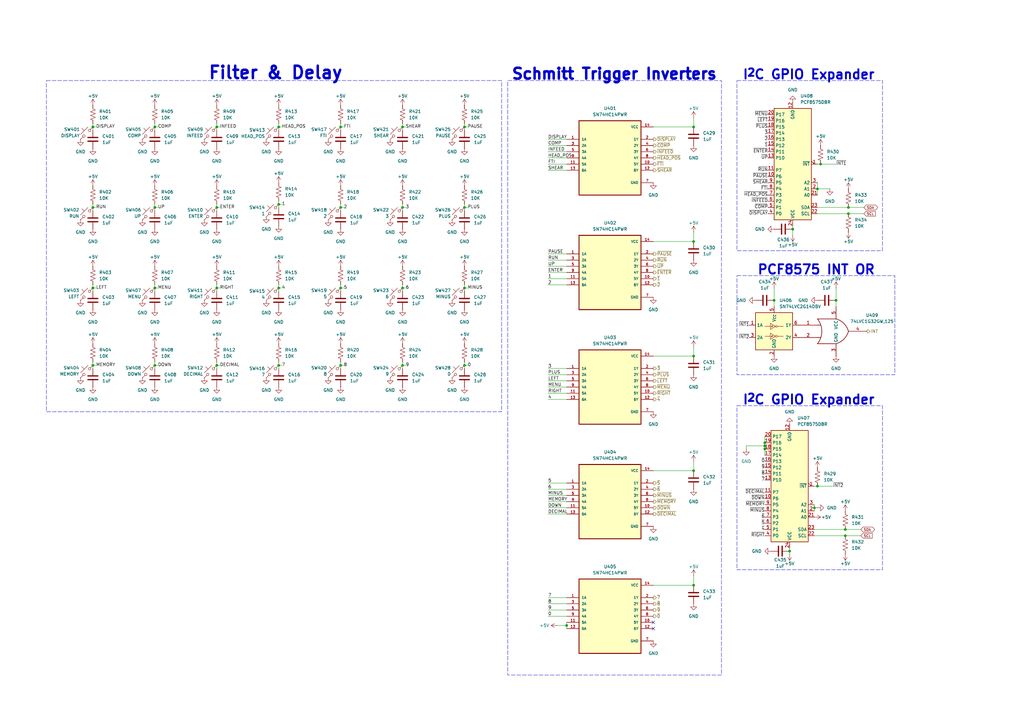
<source format=kicad_sch>
(kicad_sch (version 20250114) (generator "eeschema") (generator_version "9.0")
  (paper "A3")
  (title_block (title "MEP MAXI 85V-1 REV 2 Keypad") (date "2025-02-01") (rev "X1") (company "McMillan Enterprises") (comment 1 "Firmware: Connor McMillan (connor@mcmillan.website)") (comment 2 "Hardware &"))
  (polyline (pts (xy 391.1535 266.7296) (xy 391.1852 266.731) (xy 391.2167 266.7334) (xy 391.2477 266.7368) (xy 391.2784 266.7411) (xy 391.3085 266.7463) (xy 391.3381 266.7524) (xy 391.3671 266.7595) (xy 391.3954 266.7674) (xy 391.423 266.7762) (xy 391.4497 266.7858) (xy 391.4756 266.7963) (xy 391.5006 266.8076) (xy 391.5246 266.8198) (xy 391.5476 266.8328) (xy 391.5694 266.8466) (xy 391.4898 267.0098) (xy 391.47 266.9964) (xy 391.4496 266.9839) (xy 391.4285 266.9722) (xy 391.4069 266.9613) (xy 391.3846 266.9513) (xy 391.3619 266.9422) (xy 391.3386 266.9339) (xy 391.3148 266.9265) (xy 391.2906 266.9199) (xy 391.266 266.9142) (xy 391.241 266.9094) (xy 391.2157 266.9054) (xy 391.19 266.9023) (xy 391.1641 266.9001) (xy 391.1379 266.8988) (xy 391.1115 266.8984) (xy 391.0695 266.8995) (xy 391.0296 266.9028) (xy 390.9919 266.9083) (xy 390.9564 266.9159) (xy 390.9232 266.9255) (xy 390.8924 266.937) (xy 390.8641 266.9504) (xy 390.8384 266.9655) (xy 390.8154 266.9824) (xy 390.805 266.9915) (xy 390.7952 267.001) (xy 390.7862 267.0109) (xy 390.7778 267.0211) (xy 390.7703 267.0318) (xy 390.7634 267.0428) (xy 390.7574 267.0542) (xy 390.7521 267.0659) (xy 390.7475 267.078) (xy 390.7438 267.0904) (xy 390.7409 267.1031) (xy 390.7388 267.1162) (xy 390.7376 267.1296) (xy 390.7371 267.1432) (xy 390.7392 267.1694) (xy 390.7452 267.1933) (xy 390.7548 267.215) (xy 390.7679 267.2347) (xy 390.784 267.2526) (xy 390.8031 267.2689) (xy 390.8248 267.2837) (xy 390.8488 267.2973) (xy 390.875 267.3098) (xy 390.9029 267.3214) (xy 390.9633 267.3427) (xy 391.0946 267.3827) (xy 391.1612 267.4042) (xy 391.2258 267.4288) (xy 391.2566 267.4426) (xy 391.2862 267.4578) (xy 391.3141 267.4744) (xy 391.3403 267.4927) (xy 391.3643 267.5128) (xy 391.386 267.535) (xy 391.4051 267.5594) (xy 391.4213 267.5861) (xy 391.4343 267.6155) (xy 391.4439 267.6475) (xy 391.4499 267.6826) (xy 391.452 267.7207) (xy 391.4513 267.7458) (xy 391.4492 267.7702) (xy 391.4457 267.794) (xy 391.4409 267.8171) (xy 391.4347 267.8395) (xy 391.4273 267.8613) (xy 391.4186 267.8824) (xy 391.4086 267.9028) (xy 391.3974 267.9224) (xy 391.3851 267.9414) (xy 391.3715 267.9596) (xy 391.3568 267.977) (xy 391.341 267.9938) (xy 391.3242 268.0097) (xy 391.3062 268.0249) (xy 391.2872 268.0393) (xy 391.2672 268.0529) (xy 391.2462 268.0657) (xy 391.2242 268.0777) (xy 391.2013 268.0888) (xy 391.1775 268.0992) (xy 391.1528 268.1087) (xy 391.1272 268.1173) (xy 391.1008 268.125) (xy 391.0736 268.1319) (xy 391.0456 268.1379) (xy 391.0169 268.143) (xy 390.9874 268.1472) (xy 390.9572 268.1505) (xy 390.9263 268.1529) (xy 390.8947 268.1543) (xy 390.8626 268.1548) (xy 390.8227 268.1539) (xy 390.7831 268.1514) (xy 390.744 268.1474) (xy 390.7055 268.1418) (xy 390.6676 268.1348) (xy 390.6307 268.1264) (xy 390.5947 268.1168) (xy 390.5599 268.106) (xy 390.5264 268.0941) (xy 390.4944 268.0811) (xy 390.464 268.0671) (xy 390.4353 268.0523) (xy 390.4085 268.0366) (xy 390.3837 268.0202) (xy 390.3611 268.0032) (xy 390.3409 267.9855) (xy 390.4285 267.8262) (xy 390.449 267.8441) (xy 390.4711 267.8611) (xy 390.4946 267.8771) (xy 390.5193 267.8923) (xy 390.5452 267.9064) (xy 390.5722 267.9195) (xy 390.6002 267.9315) (xy 390.6291 267.9425) (xy 390.6588 267.9522) (xy 390.6892 267.9608) (xy 390.7202 267.9682) (xy 390.7516 267.9743) (xy 390.7835 267.9792) (xy 390.8157 267.9827) (xy 390.848 267.9848) (xy 390.8805 267.9855) (xy 390.9218 267.9845) (xy 390.9612 267.9815) (xy 390.9988 267.9766) (xy 391.0342 267.9698) (xy 391.0675 267.961) (xy 391.0984 267.9504) (xy 391.127 267.938) (xy 391.153 267.9238) (xy 391.1764 267.9078) (xy 391.1871 267.8991) (xy 391.1971 267.89) (xy 391.2063 267.8805) (xy 391.2148 267.8706) (xy 391.2226 267.8602) (xy 391.2296 267.8494) (xy 391.2359 267.8382) (xy 391.2413 267.8266) (xy 391.246 267.8146) (xy 391.2499 267.8022) (xy 391.2529 267.7894) (xy 391.255 267.7761) (xy 391.2564 267.7625) (xy 391.2568 267.7485) (xy 391.2547 267.7225) (xy 391.2488 267.6989) (xy 391.2391 267.6775) (xy 391.2261 267.6581) (xy 391.2099 267.6406) (xy 391.1908 267.6246) (xy 391.1692 267.6101) (xy 391.1451 267.5968) (xy 391.119 267.5847) (xy 391.091 267.5733) (xy 391.0306 267.5525) (xy 390.8994 267.5131) (xy 390.8328 267.4914) (xy 390.7682 267.4664) (xy 390.7373 267.4521) (xy 390.7078 267.4365) (xy 390.6798 267.4192) (xy 390.6537 267.4002) (xy 390.6297 267.3792) (xy 390.608 267.3561) (xy 390.5889 267.3306) (xy 390.5727 267.3025) (xy 390.5597 267.2717) (xy 390.5501 267.238) (xy 390.5441 267.2012) (xy 390.542 267.1611) (xy 390.5427 267.1364) (xy 390.5448 267.1123) (xy 390.5482 267.0888) (xy 390.553 267.066) (xy 390.559 267.0437) (xy 390.5663 267.0222) (xy 390.5749 267.0013) (xy 390.5847 266.9811) (xy 390.5957 266.9615) (xy 390.6078 266.9427) (xy 390.6211 266.9246) (xy 390.6356 266.9072) (xy 390.6511 266.8905) (xy 390.6677 266.8746) (xy 390.6854 266.8594) (xy 390.704 266.845) (xy 390.7237 266.8314) (xy 390.7444 266.8186) (xy 390.766 266.8066) (xy 390.7885 266.7954) (xy 390.8119 266.7851) (xy 390.8362 266.7755) (xy 390.8613 266.7669) (xy 390.8873 266.7591) (xy 390.914 266.7521) (xy 390.9415 266.7461) (xy 390.9698 266.7409) (xy 390.9988 266.7367) (xy 391.0285 266.7334) (xy 391.0588 266.731) (xy 391.0898 266.7295) (xy 391.1215 266.7291) (xy 391.1535 266.7296)) (stroke (width -0.0001) (type solid)) (fill (type outline)))
  (polyline (pts (xy 375.0109 259.0135) (xy 370.1552 265.2009) (xy 369.7386 265.2009) (xy 368.5893 262.4136) (xy 367.9211 265.7758) (xy 367.03 265.7758) (xy 368.0361 260.7468) (xy 368.7976 260.7468) (xy 369.9562 263.6659) (xy 370.1265 264.0944) (xy 372.7404 260.7468) (xy 373.6079 259.6357) (xy 374.9545 258.6582) (xy 375.0109 259.0135)) (stroke (width -0.0001) (type solid)) (fill (type outline)))
  (rectangle (start 302.26 33.02) (end 361.95 102.87) (stroke (width 0) (type dash)))
  (polyline (pts (xy 380.9337 266.9183) (xy 380.1472 266.9183) (xy 380.0616 267.3463) (xy 380.7625 267.3463) (xy 380.7286 267.5156) (xy 380.0277 267.5156) (xy 379.9381 267.9656) (xy 380.7525 267.9656) (xy 380.7187 268.1388) (xy 379.7052 268.1388) (xy 379.9839 266.745) (xy 380.9676 266.745) (xy 380.9337 266.9183)) (stroke (width -0.0001) (type solid)) (fill (type outline)))
  (polyline (pts (xy 378.8385 266.9183) (xy 378.3626 266.9183) (xy 378.1177 268.1388) (xy 377.9206 268.1388) (xy 378.1635 266.9183) (xy 377.6876 266.9183) (xy 377.7215 266.745) (xy 378.8744 266.745) (xy 378.8385 266.9183)) (stroke (width -0.0001) (type solid)) (fill (type outline)))
  (polyline (pts (xy 395.5093 266.7296) (xy 395.5411 266.731) (xy 395.5725 266.7334) (xy 395.6036 266.7368) (xy 395.6342 266.7411) (xy 395.6644 266.7463) (xy 395.694 266.7524) (xy 395.7229 266.7595) (xy 395.7512 266.7674) (xy 395.7788 266.7762) (xy 395.8056 266.7858) (xy 395.8315 266.7963) (xy 395.8565 266.8076) (xy 395.8805 266.8198) (xy 395.9034 266.8328) (xy 395.9253 266.8466) (xy 395.8457 267.0098) (xy 395.8259 266.9964) (xy 395.8055 266.9839) (xy 395.7844 266.9722) (xy 395.7627 266.9613) (xy 395.7405 266.9513) (xy 395.7177 266.9422) (xy 395.6944 266.9339) (xy 395.6707 266.9265) (xy 395.6465 266.9199) (xy 395.6219 266.9142) (xy 395.5969 266.9094) (xy 395.5715 266.9054) (xy 395.5459 266.9023) (xy 395.5199 266.9001) (xy 395.4937 266.8988) (xy 395.4673 266.8984) (xy 395.4254 266.8995) (xy 395.3855 266.9028) (xy 395.3477 266.9083) (xy 395.3122 266.9159) (xy 395.279 266.9255) (xy 395.2483 266.937) (xy 395.22 266.9504) (xy 395.1943 266.9655) (xy 395.1713 266.9824) (xy 395.1608 266.9915) (xy 395.1511 267.001) (xy 395.142 267.0109) (xy 395.1337 267.0211) (xy 395.1261 267.0318) (xy 395.1193 267.0428) (xy 395.1132 267.0542) (xy 395.1079 267.0659) (xy 395.1034 267.078) (xy 395.0997 267.0904) (xy 395.0968 267.1031) (xy 395.0947 267.1162) (xy 395.0934 267.1296) (xy 395.093 267.1432) (xy 395.095 267.1694) (xy 395.101 267.1933) (xy 395.1107 267.215) (xy 395.1237 267.2347) (xy 395.1399 267.2526) (xy 395.159 267.2689) (xy 395.1806 267.2837) (xy 395.2047 267.2973) (xy 395.2308 267.3098) (xy 395.2588 267.3214) (xy 395.3192 267.3427) (xy 395.4504 267.3827) (xy 395.5171 267.4042) (xy 395.5817 267.4288) (xy 395.6125 267.4426) (xy 395.642 267.4578) (xy 395.67 267.4744) (xy 395.6961 267.4927) (xy 395.7202 267.5128) (xy 395.7419 267.535) (xy 395.7609 267.5594) (xy 395.7771 267.5861) (xy 395.7902 267.6155) (xy 395.7998 267.6475) (xy 395.8058 267.6826) (xy 395.8078 267.7207) (xy 395.8071 267.7458) (xy 395.805 267.7702) (xy 395.8015 267.794) (xy 395.7967 267.8171) (xy 395.7906 267.8395) (xy 395.7831 267.8613) (xy 395.7744 267.8824) (xy 395.7645 267.9028) (xy 395.7533 267.9224) (xy 395.7409 267.9414) (xy 395.7274 267.9596) (xy 395.7127 267.977) (xy 395.6969 267.9938) (xy 395.68 268.0097) (xy 395.6621 268.0249) (xy 395.6431 268.0393) (xy 395.623 268.0529) (xy 395.602 268.0657) (xy 395.5801 268.0777) (xy 395.5572 268.0888) (xy 395.5334 268.0992) (xy 395.5087 268.1087) (xy 395.4831 268.1173) (xy 395.4567 268.125) (xy 395.4295 268.1319) (xy 395.4015 268.1379) (xy 395.3727 268.143) (xy 395.3432 268.1472) (xy 395.313 268.1505) (xy 395.2821 268.1529) (xy 395.2506 268.1543) (xy 395.2184 268.1548) (xy 395.1786 268.1539) (xy 395.139 268.1514) (xy 395.0999 268.1474) (xy 395.0613 268.1418) (xy 395.0235 268.1348) (xy 394.9865 268.1264) (xy 394.9506 268.1168) (xy 394.9158 268.106) (xy 394.8823 268.0941) (xy 394.8503 268.0811) (xy 394.8198 268.0671) (xy 394.7911 268.0523) (xy 394.7643 268.0366) (xy 394.7396 268.0202) (xy 394.717 268.0032) (xy 394.6967 267.9855) (xy 394.7843 267.8262) (xy 394.8049 267.8441) (xy 394.827 267.8611) (xy 394.8504 267.8771) (xy 394.8751 267.8923) (xy 394.9011 267.9064) (xy 394.9281 267.9195) (xy 394.9561 267.9315) (xy 394.985 267.9425) (xy 395.0147 267.9522) (xy 395.045 267.9608) (xy 395.076 267.9682) (xy 395.1075 267.9743) (xy 395.1394 267.9792) (xy 395.1715 267.9827) (xy 395.2039 267.9848) (xy 395.2363 267.9855) (xy 395.2776 267.9845) (xy 395.3171 267.9815) (xy 395.3546 267.9766) (xy 395.3901 267.9698) (xy 395.4233 267.961) (xy 395.4543 267.9504) (xy 395.4828 267.938) (xy 395.5089 267.9238) (xy 395.5323 267.9078) (xy 395.5429 267.8991) (xy 395.5529 267.89) (xy 395.5622 267.8805) (xy 395.5707 267.8706) (xy 395.5785 267.8602) (xy 395.5855 267.8494) (xy 395.5917 267.8382) (xy 395.5972 267.8266) (xy 395.6019 267.8146) (xy 395.6057 267.8022) (xy 395.6087 267.7894) (xy 395.6109 267.7761) (xy 395.6122 267.7625) (xy 395.6127 267.7485) (xy 395.6106 267.7225) (xy 395.6046 267.6989) (xy 395.595 267.6775) (xy 395.5819 267.6581) (xy 395.5658 267.6406) (xy 395.5467 267.6246) (xy 395.525 267.6101) (xy 395.501 267.5968) (xy 395.4748 267.5847) (xy 395.4469 267.5733) (xy 395.3865 267.5525) (xy 395.2553 267.5131) (xy 395.1886 267.4914) (xy 395.124 267.4664) (xy 395.0932 267.4521) (xy 395.0637 267.4365) (xy 395.0357 267.4192) (xy 395.0096 267.4002) (xy 394.9855 267.3792) (xy 394.9639 267.3561) (xy 394.9448 267.3306) (xy 394.9286 267.3025) (xy 394.9156 267.2717) (xy 394.9059 267.238) (xy 394.8999 267.2012) (xy 394.8979 267.1611) (xy 394.8986 267.1364) (xy 394.9007 267.1123) (xy 394.9041 267.0888) (xy 394.9088 267.066) (xy 394.9149 267.0437) (xy 394.9222 267.0222) (xy 394.9307 267.0013) (xy 394.9405 266.9811) (xy 394.9515 266.9615) (xy 394.9637 266.9427) (xy 394.977 266.9246) (xy 394.9914 266.9072) (xy 395.007 266.8905) (xy 395.0236 266.8746) (xy 395.0412 266.8594) (xy 395.0599 266.845) (xy 395.0796 266.8314) (xy 395.1002 266.8186) (xy 395.1218 266.8066) (xy 395.1443 266.7954) (xy 395.1677 266.7851) (xy 395.192 266.7755) (xy 395.2172 266.7669) (xy 395.2431 266.7591) (xy 395.2699 266.7521) (xy 395.2974 266.7461) (xy 395.3257 266.7409) (xy 395.3546 266.7367) (xy 395.3843 266.7334) (xy 395.4147 266.731) (xy 395.4457 266.7295) (xy 395.4773 266.7291) (xy 395.5093 266.7296)) (stroke (width -0.0001) (type solid)) (fill (type outline)))
  (polyline (pts (xy 391.1634 261.2772) (xy 391.9974 261.2772) (xy 391.2404 265.0624) (xy 393.5885 265.0624) (xy 393.4473 265.768) (xy 390.2652 265.768) (xy 391.1634 261.2772) (xy 391.1634 261.2772)) (stroke (width -0.0001) (type solid)) (fill (type outline)))
  (polyline (pts (xy 389.122 268.1388) (xy 388.9228 268.1388) (xy 389.2016 266.745) (xy 389.4007 266.745) (xy 389.122 268.1388)) (stroke (width -0.0001) (type solid)) (fill (type outline)))
  (polyline (pts (xy 381.0146 264.2668) (xy 383.3435 261.2772) (xy 384.062 261.2772) (xy 383.1639 265.768) (xy 382.3748 265.768) (xy 382.9585 262.8233) (xy 381.0403 265.2548) (xy 380.6682 265.2548) (xy 379.6417 262.7656) (xy 379.045 265.768) (xy 378.2495 265.768) (xy 379.1477 261.2772) (xy 379.8278 261.2772) (xy 381.0146 264.2668)) (stroke (width -0.0001) (type solid)) (fill (type outline)))
  (polyline (pts (xy 376.5896 261.2161) (xy 376.7285 261.2253) (xy 376.8635 261.2405) (xy 376.9943 261.2617) (xy 377.1207 261.2889) (xy 377.2425 261.322) (xy 377.3594 261.3608) (xy 377.4711 261.4055) (xy 377.5776 261.4558) (xy 377.6785 261.5119) (xy 377.7736 261.5735) (xy 377.8626 261.6406) (xy 377.9454 261.7133) (xy 378.0216 261.7914) (xy 378.0911 261.8748) (xy 378.1536 261.9636) (xy 377.5506 262.4705) (xy 377.5032 262.4085) (xy 377.4525 262.3502) (xy 377.3985 262.2956) (xy 377.3702 262.2698) (xy 377.3411 262.2448) (xy 377.3112 262.2208) (xy 377.2804 262.1978) (xy 377.2488 262.1757) (xy 377.2164 262.1546) (xy 377.1831 262.1344) (xy 377.149 262.1153) (xy 377.114 262.0971) (xy 377.0782 262.0799) (xy 377.004 262.0485) (xy 376.9265 262.0212) (xy 376.8455 261.9979) (xy 376.7611 261.9787) (xy 376.6733 261.9638) (xy 376.5821 261.953) (xy 376.4874 261.9465) (xy 376.3893 261.9444) (xy 376.2829 261.9469) (xy 376.1791 261.9543) (xy 376.0779 261.9666) (xy 375.9794 261.9836) (xy 375.8836 262.0052) (xy 375.7906 262.0312) (xy 375.7004 262.0616) (xy 375.6131 262.0961) (xy 375.5288 262.1348) (xy 375.4474 262.1774) (xy 375.3691 262.2238) (xy 375.2939 262.2739) (xy 375.2219 262.3276) (xy 375.1531 262.3847) (xy 375.0875 262.4452) (xy 375.0252 262.5089) (xy 374.9663 262.5757) (xy 374.9108 262.6455) (xy 374.8588 262.718) (xy 374.8103 262.7933) (xy 374.7654 262.8712) (xy 374.7241 262.9515) (xy 374.6865 263.0341) (xy 374.6526 263.119) (xy 374.6225 263.206) (xy 374.5963 263.2949) (xy 374.5739 263.3856) (xy 374.5555 263.4781) (xy 374.5411 263.5722) (xy 374.5307 263.6677) (xy 374.5245 263.7645) (xy 374.5224 263.8626) (xy 374.5238 263.9316) (xy 374.5281 263.9992) (xy 374.5352 264.0651) (xy 374.5451 264.1295) (xy 374.5579 264.1922) (xy 374.5734 264.2532) (xy 374.5918 264.3125) (xy 374.6129 264.3701) (xy 374.6368 264.4258) (xy 374.6635 264.4796) (xy 374.6929 264.5315) (xy 374.725 264.5815) (xy 374.7599 264.6294) (xy 374.7975 264.6753) (xy 374.8378 264.7191) (xy 374.8808 264.7608) (xy 374.9265 264.8003) (xy 374.9749 264.8376) (xy 375.026 264.8726) (xy 375.0797 264.9053) (xy 375.136 264.9356) (xy 375.195 264.9636) (xy 375.2566 264.9891) (xy 375.3208 265.0121) (xy 375.3876 265.0325) (xy 375.457 265.0504) (xy 375.529 265.0656) (xy 375.6036 265.0782) (xy 375.6807 265.088) (xy 375.7604 265.0951) (xy 375.8427 265.0994) (xy 375.9274 265.1009) (xy 376.0205 265.0989) (xy 376.112 265.093) (xy 376.2019 265.0832) (xy 376.2902 265.0693) (xy 376.3768 265.0514) (xy 376.4616 265.0295) (xy 376.5447 265.0035) (xy 376.6259 264.9733) (xy 376.7053 264.9391) (xy 376.7827 264.9007) (xy 376.8581 264.8581) (xy 376.9315 264.8112) (xy 377.0029 264.7602) (xy 377.0721 264.7048) (xy 377.1392 264.6452) (xy 377.2041 264.5812) (xy 377.6916 265.1072) (xy 377.6074 265.1978) (xy 377.5183 265.2821) (xy 377.4247 265.36) (xy 377.3266 265.4316) (xy 377.2242 265.4971) (xy 377.1176 265.5565) (xy 377.0072 265.6099) (xy 376.8929 265.6574) (xy 376.7751 265.699) (xy 376.6538 265.7348) (xy 376.5292 265.7649) (xy 376.4015 265.7893) (xy 376.2709 265.8082) (xy 376.1376 265.8216) (xy 376.0016 265.8296) (xy 375.8632 265.8322) (xy 375.7367 265.8299) (xy 375.6135 265.8232) (xy 375.4937 265.8119) (xy 375.3772 265.7964) (xy 375.2641 265.7765) (xy 375.1545 265.7525) (xy 375.0484 265.7244) (xy 374.9459 265.6922) (xy 374.847 265.656) (xy 374.7518 265.616) (xy 374.6603 265.5722) (xy 374.5725 265.5247) (xy 374.4886 265.4735) (xy 374.4085 265.4188) (xy 374.3324 265.3605) (xy 374.2601 265.2989) (xy 374.1919 265.234) (xy 374.1278 265.1658) (xy 374.0677 265.0944) (xy 374.0118 265.0199) (xy 373.9601 264.9424) (xy 373.9126 264.862) (xy 373.8695 264.7788) (xy 373.8306 264.6927) (xy 373.7962 264.604) (xy 373.7662 264.5126) (xy 373.7406 264.4187) (xy 373.7196 264.3224) (xy 373.7032 264.2236) (xy 373.6914 264.1226) (xy 373.6843 264.0193) (xy 373.682 263.9139) (xy 373.6852 263.7724) (xy 373.6947 263.633) (xy 373.7105 263.496) (xy 373.7324 263.3613) (xy 373.7603 263.2293) (xy 373.7942 263.1001) (xy 373.8339 262.9737) (xy 373.8794 262.8505) (xy 373.9306 262.7304) (xy 373.9873 262.6138) (xy 374.0495 262.5006) (xy 374.117 262.3912) (xy 374.1899 262.2856) (xy 374.2679 262.1839) (xy 374.3509 262.0865) (xy 374.439 261.9933) (xy 374.5319 261.9046) (xy 374.6297 261.8205) (xy 374.7321 261.7411) (xy 374.8391 261.6667) (xy 374.9507 261.5973) (xy 375.0666 261.5332) (xy 375.1869 261.4744) (xy 375.3113 261.4212) (xy 375.4399 261.3737) (xy 375.5725 261.332) (xy 375.709 261.2963) (xy 375.8493 261.2667) (xy 375.9934 261.2434) (xy 376.1411 261.2266) (xy 376.2924 261.2164) (xy 376.4471 261.213) (xy 376.5896 261.2161)) (stroke (width -0.0001) (type solid)) (fill (type outline)))
  (polyline (pts (xy 385.1279 266.7468) (xy 385.1838 266.752) (xy 385.2364 266.7605) (xy 385.2855 266.7724) (xy 385.3088 266.7796) (xy 385.3311 266.7876) (xy 385.3526 266.7963) (xy 385.3732 266.8059) (xy 385.3928 266.8163) (xy 385.4115 266.8274) (xy 385.4293 266.8394) (xy 385.4462 266.852) (xy 385.4621 266.8655) (xy 385.477 266.8797) (xy 385.491 266.8946) (xy 385.504 266.9103) (xy 385.516 266.9267) (xy 385.527 266.9438) (xy 385.537 266.9617) (xy 385.546 266.9802) (xy 385.554 266.9995) (xy 385.5609 267.0194) (xy 385.5668 267.04) (xy 385.5716 267.0614) (xy 385.5754 267.0833) (xy 385.5781 267.106) (xy 385.5798 267.1293) (xy 385.5803 267.1532) (xy 385.5796 267.1862) (xy 385.5774 267.2183) (xy 385.5738 267.2495) (xy 385.5688 267.2798) (xy 385.5623 267.3091) (xy 385.5545 267.3376) (xy 385.5454 267.3651) (xy 385.5348 267.3916) (xy 385.523 267.4172) (xy 385.5099 267.4418) (xy 385.4954 267.4655) (xy 385.4797 267.4881) (xy 385.4628 267.5098) (xy 385.4446 267.5304) (xy 385.4252 267.55) (xy 385.4046 267.5686) (xy 385.3829 267.5861) (xy 385.3599 267.6026) (xy 385.3358 267.618) (xy 385.3107 267.6324) (xy 385.2843 267.6456) (xy 385.257 267.6578) (xy 385.2285 267.6688) (xy 385.199 267.6788) (xy 385.1684 267.6876) (xy 385.1369 267.6952) (xy 385.1043 267.7017) (xy 385.0708 267.7071) (xy 385.0363 267.7113) (xy 385.0009 267.7143) (xy 384.9645 267.7161) (xy 384.9273 267.7167) (xy 384.5549 267.7167) (xy 384.4712 268.1388) (xy 384.2722 268.1388) (xy 384.3913 267.5434) (xy 384.5908 267.5434) (xy 384.9312 267.5434) (xy 384.9832 267.5419) (xy 385.0323 267.5375) (xy 385.0785 267.5301) (xy 385.1217 267.5197) (xy 385.1421 267.5134) (xy 385.1618 267.5064) (xy 385.1807 267.4987) (xy 385.1988 267.4902) (xy 385.2161 267.481) (xy 385.2325 267.4711) (xy 385.2482 267.4605) (xy 385.263 267.4491) (xy 385.277 267.437) (xy 385.2902 267.4243) (xy 385.3025 267.4108) (xy 385.314 267.3965) (xy 385.3245 267.3816) (xy 385.3342 267.366) (xy 385.3431 267.3497) (xy 385.351 267.3326) (xy 385.358 267.3149) (xy 385.3641 267.2964) (xy 385.3693 267.2773) (xy 385.3736 267.2574) (xy 385.3769 267.2369) (xy 385.3793 267.2157) (xy 385.3808 267.1937) (xy 385.3813 267.1711) (xy 385.3809 267.1557) (xy 385.3799 267.1407) (xy 385.3781 267.1262) (xy 385.3757 267.1122) (xy 385.3726 267.0987) (xy 385.3688 267.0857) (xy 385.3644 267.0731) (xy 385.3593 267.0611) (xy 385.3535 267.0495) (xy 385.3471 267.0384) (xy 385.34 267.0277) (xy 385.3323 267.0176) (xy 385.324 267.008) (xy 385.315 266.9988) (xy 385.3054 266.9902) (xy 385.2951 266.982) (xy 385.2843 266.9743) (xy 385.2728 266.9671) (xy 385.2607 266.9604) (xy 385.248 266.9542) (xy 385.2348 266.9485) (xy 385.2209 266.9432) (xy 385.2064 266.9385) (xy 385.1914 266.9343) (xy 385.1758 266.9305) (xy 385.1596 266.9273) (xy 385.1428 266.9245) (xy 385.1255 266.9223) (xy 385.1076 266.9205) (xy 385.0892 266.9193) (xy 385.0703 266.9185) (xy 385.0507 266.9183) (xy 384.7162 266.9183) (xy 384.5908 267.5434) (xy 384.3913 267.5434) (xy 384.5509 266.745) (xy 385.0686 266.745) (xy 385.1279 266.7468)) (stroke (width -0.0001) (type solid)) (fill (type outline)))
  (polyline (pts (xy 398.3679 265.768) (xy 397.5403 265.768) (xy 397.3029 264.7287) (xy 395.0446 264.7287) (xy 394.3967 265.768) (xy 393.5049 265.768) (xy 394.6058 264.0743) (xy 395.4552 264.0743) (xy 397.1489 264.0743) (xy 396.6934 262.0983) (xy 395.4552 264.0743) (xy 394.6058 264.0743) (xy 396.424 261.2772) (xy 397.2516 261.2772) (xy 398.3679 265.768)) (stroke (width -0.0001) (type solid)) (fill (type outline)))
  (polyline (pts (xy 387.3207 261.2772) (xy 388.1546 261.2772) (xy 387.3976 265.0624) (xy 389.7457 265.0624) (xy 389.6046 265.768) (xy 386.4224 265.768) (xy 387.3207 261.2772) (xy 387.3207 261.2772)) (stroke (width -0.0001) (type solid)) (fill (type outline)))
  (rectangle (start 302.26 166.37) (end 361.95 233.68) (stroke (width 0) (type dash)))
  (polyline (pts (xy 376.1996 267.8182) (xy 376.4126 266.745) (xy 376.6117 266.745) (xy 376.333 268.1388) (xy 376.1697 268.1388) (xy 375.5464 267.0656) (xy 375.3333 268.1388) (xy 375.1343 268.1388) (xy 375.413 266.745) (xy 375.5763 266.745) (xy 376.1996 267.8182)) (stroke (width -0.0001) (type solid)) (fill (type outline)))
  (rectangle (start 208.28 33.02) (end 295.91 276.86) (stroke (width 0) (type dash)))
  (polyline (pts (xy 382.7899 266.7468) (xy 382.8462 266.752) (xy 382.899 266.7605) (xy 382.9484 266.7724) (xy 382.9717 266.7796) (xy 382.9942 266.7876) (xy 383.0158 266.7963) (xy 383.0364 266.8059) (xy 383.0561 266.8163) (xy 383.0749 266.8274) (xy 383.0928 266.8394) (xy 383.1097 266.852) (xy 383.1256 266.8655) (xy 383.1406 266.8797) (xy 383.1546 266.8946) (xy 383.1677 266.9103) (xy 383.1797 266.9267) (xy 383.1907 266.9438) (xy 383.2007 266.9617) (xy 383.2098 266.9802) (xy 383.2177 266.9995) (xy 383.2247 267.0194) (xy 383.2306 267.04) (xy 383.2354 267.0614) (xy 383.2392 267.0833) (xy 383.2419 267.106) (xy 383.2436 267.1293) (xy 383.2441 267.1532) (xy 383.2423 267.2041) (xy 383.24 267.2287) (xy 383.2369 267.2527) (xy 383.2329 267.2763) (xy 383.228 267.2992) (xy 383.2223 267.3217) (xy 383.2157 267.3435) (xy 383.2083 267.3648) (xy 383.2001 267.3855) (xy 383.191 267.4056) (xy 383.1811 267.4252) (xy 383.1704 267.4442) (xy 383.1589 267.4625) (xy 383.1466 267.4803) (xy 383.1336 267.4974) (xy 383.1198 267.514) (xy 383.1052 267.5299) (xy 383.0898 267.5452) (xy 383.0737 267.5599) (xy 383.0569 267.5739) (xy 383.0394 267.5873) (xy 383.0211 267.6) (xy 383.0021 267.6121) (xy 382.9621 267.6344) (xy 382.9194 267.6539) (xy 382.8739 267.6707) (xy 382.8259 267.6848) (xy 383.0808 268.1388) (xy 382.8698 268.1388) (xy 382.6269 267.7127) (xy 382.2166 267.7127) (xy 382.133 268.1388) (xy 381.9319 268.1388) (xy 382.051 267.5434) (xy 382.2505 267.5434) (xy 382.595 267.5434) (xy 382.647 267.5419) (xy 382.6961 267.5375) (xy 382.7422 267.5301) (xy 382.7854 267.5197) (xy 382.8059 267.5134) (xy 382.8255 267.5064) (xy 382.8444 267.4987) (xy 382.8625 267.4902) (xy 382.8798 267.481) (xy 382.8963 267.4711) (xy 382.9119 267.4605) (xy 382.9268 267.4491) (xy 382.9408 267.437) (xy 382.9539 267.4243) (xy 382.9662 267.4108) (xy 382.9777 267.3965) (xy 382.9882 267.3816) (xy 382.998 267.366) (xy 383.0068 267.3497) (xy 383.0147 267.3326) (xy 383.0217 267.3149) (xy 383.0278 267.2964) (xy 383.033 267.2773) (xy 383.0373 267.2574) (xy 383.0407 267.2369) (xy 383.043 267.2157) (xy 383.0445 267.1937) (xy 383.045 267.1711) (xy 383.0446 267.1557) (xy 383.0436 267.1407) (xy 383.0418 267.1262) (xy 383.0394 267.1122) (xy 383.0363 267.0987) (xy 383.0325 267.0857) (xy 383.0281 267.0731) (xy 383.023 267.0611) (xy 383.0172 267.0495) (xy 383.0108 267.0384) (xy 383.0037 267.0277) (xy 382.9959 267.0176) (xy 382.9876 267.008) (xy 382.9785 266.9988) (xy 382.9689 266.9902) (xy 382.9586 266.982) (xy 382.9477 266.9743) (xy 382.9362 266.9671) (xy 382.924 266.9604) (xy 382.9113 266.9542) (xy 382.8979 266.9485) (xy 382.884 266.9432) (xy 382.8694 266.9385) (xy 382.8543 266.9343) (xy 382.8386 266.9305) (xy 382.8222 266.9273) (xy 382.8054 266.9245) (xy 382.7879 266.9223) (xy 382.7699 266.9205) (xy 382.7513 266.9193) (xy 382.7321 266.9185) (xy 382.7124 266.9183) (xy 382.3759 266.9183) (xy 382.2505 267.5434) (xy 382.051 267.5434) (xy 382.2107 266.745) (xy 382.7303 266.745) (xy 382.7899 266.7468)) (stroke (width -0.0001) (type solid)) (fill (type outline)))
  (polyline (pts (xy 385.2743 261.2772) (xy 386.1083 261.2772) (xy 385.2101 265.768) (xy 384.376 265.768) (xy 385.2743 261.2772) (xy 385.2743 261.2772)) (stroke (width -0.0001) (type solid)) (fill (type outline)))
  (polyline (pts (xy 374.1361 266.9183) (xy 373.3495 266.9183) (xy 373.2639 267.3463) (xy 373.9648 267.3463) (xy 373.931 267.5156) (xy 373.2301 267.5156) (xy 373.1405 267.9656) (xy 373.9548 267.9656) (xy 373.921 268.1388) (xy 372.9075 268.1388) (xy 373.1863 266.745) (xy 374.1699 266.745) (xy 374.1361 266.9183)) (stroke (width -0.0001) (type solid)) (fill (type outline)))
  (rectangle (start 19.05 33.02) (end 205.74 168.91) (stroke (width 0) (type dash)))
  (polyline (pts (xy 402.3773 264.4208) (xy 402.9996 261.2772) (xy 403.8272 261.2772) (xy 402.9291 265.768) (xy 402.2426 265.768) (xy 400.4013 262.6244) (xy 399.7726 265.768) (xy 398.945 265.768) (xy 399.8432 261.2772) (xy 400.5296 261.2772) (xy 402.3773 264.4208)) (stroke (width -0.0001) (type solid)) (fill (type outline)))
  (polyline (pts (xy 370.1265 264.0944) (xy 372.7347 260.7468) (xy 372.7404 260.7468) (xy 370.1265 264.0944)) (stroke (width -0.0001) (type solid)) (fill (type outline)))
  (rectangle (start 302.26 113.03) (end 367.03 153.67) (stroke (width 0) (type dash)))
  (polyline (pts (xy 387.4406 266.7468) (xy 387.4968 266.752) (xy 387.5497 266.7605) (xy 387.599 266.7724) (xy 387.6224 266.7796) (xy 387.6449 266.7876) (xy 387.6664 266.7963) (xy 387.6871 266.8059) (xy 387.7068 266.8163) (xy 387.7256 266.8274) (xy 387.7434 266.8394) (xy 387.7603 266.852) (xy 387.7763 266.8655) (xy 387.7913 266.8797) (xy 387.8053 266.8946) (xy 387.8183 266.9103) (xy 387.8303 266.9267) (xy 387.8414 266.9438) (xy 387.8514 266.9617) (xy 387.8604 266.9802) (xy 387.8684 266.9995) (xy 387.8753 267.0194) (xy 387.8812 267.04) (xy 387.8861 267.0614) (xy 387.8899 267.0833) (xy 387.8926 267.106) (xy 387.8942 267.1293) (xy 387.8948 267.1532) (xy 387.8929 267.2041) (xy 387.8907 267.2287) (xy 387.8876 267.2527) (xy 387.8836 267.2763) (xy 387.8787 267.2992) (xy 387.873 267.3217) (xy 387.8664 267.3435) (xy 387.859 267.3648) (xy 387.8507 267.3855) (xy 387.8416 267.4056) (xy 387.8317 267.4252) (xy 387.821 267.4442) (xy 387.8096 267.4625) (xy 387.7973 267.4803) (xy 387.7842 267.4974) (xy 387.7704 267.514) (xy 387.7558 267.5299) (xy 387.7405 267.5452) (xy 387.7244 267.5599) (xy 387.7076 267.5739) (xy 387.69 267.5873) (xy 387.6718 267.6) (xy 387.6528 267.6121) (xy 387.6128 267.6344) (xy 387.57 267.6539) (xy 387.5246 267.6707) (xy 387.4766 267.6848) (xy 387.7314 268.1388) (xy 387.5204 268.1388) (xy 387.2775 267.7127) (xy 386.8673 267.7127) (xy 386.7837 268.1388) (xy 386.5826 268.1388) (xy 386.7017 267.5434) (xy 386.9012 267.5434) (xy 387.2456 267.5434) (xy 387.2976 267.5419) (xy 387.3467 267.5375) (xy 387.3929 267.5301) (xy 387.4361 267.5197) (xy 387.4565 267.5134) (xy 387.4762 267.5064) (xy 387.495 267.4987) (xy 387.5131 267.4902) (xy 387.5304 267.481) (xy 387.5469 267.4711) (xy 387.5626 267.4605) (xy 387.5774 267.4491) (xy 387.5914 267.437) (xy 387.6046 267.4243) (xy 387.6169 267.4108) (xy 387.6283 267.3965) (xy 387.6389 267.3816) (xy 387.6486 267.366) (xy 387.6574 267.3497) (xy 387.6653 267.3326) (xy 387.6724 267.3149) (xy 387.6785 267.2964) (xy 387.6837 267.2773) (xy 387.688 267.2574) (xy 387.6913 267.2369) (xy 387.6937 267.2157) (xy 387.6951 267.1937) (xy 387.6956 267.1711) (xy 387.6953 267.1557) (xy 387.6942 267.1407) (xy 387.6925 267.1262) (xy 387.6901 267.1122) (xy 387.687 267.0987) (xy 387.6832 267.0857) (xy 387.6787 267.0731) (xy 387.6736 267.0611) (xy 387.6678 267.0495) (xy 387.6614 267.0384) (xy 387.6543 267.0277) (xy 387.6466 267.0176) (xy 387.6382 267.008) (xy 387.6292 266.9988) (xy 387.6195 266.9902) (xy 387.6093 266.982) (xy 387.5984 266.9743) (xy 387.5868 266.9671) (xy 387.5747 266.9604) (xy 387.5619 266.9542) (xy 387.5486 266.9485) (xy 387.5346 266.9432) (xy 387.5201 266.9385) (xy 387.5049 266.9343) (xy 387.4892 266.9305) (xy 387.4729 266.9273) (xy 387.456 266.9245) (xy 387.4385 266.9223) (xy 387.4205 266.9205) (xy 387.4019 266.9193) (xy 387.3828 266.9185) (xy 387.3631 266.9183) (xy 387.0266 266.9183) (xy 386.9012 267.5434) (xy 386.7017 267.5434) (xy 386.8613 266.745) (xy 387.381 266.745) (xy 387.4406 266.7468)) (stroke (width -0.0001) (type solid)) (fill (type outline)))
  (polyline (pts (xy 393.7901 266.9183) (xy 393.0036 266.9183) (xy 392.918 267.3463) (xy 393.6189 267.3463) (xy 393.585 267.5156) (xy 392.8841 267.5156) (xy 392.7945 267.9656) (xy 393.6089 267.9656) (xy 393.5751 268.1388) (xy 392.5616 268.1388) (xy 392.8403 266.745) (xy 393.824 266.745) (xy 393.7901 266.9183)) (stroke (width -0.0001) (type solid)) (fill (type outline)))
  (polyline (pts (xy 375.9475 256.261) (xy 377.8002 254.9162) (xy 376.4553 256.7689) (xy 378.7164 257.128) (xy 376.4553 257.4871) (xy 377.8002 259.3399) (xy 375.9475 257.995) (xy 375.5884 260.256) (xy 375.2293 257.995) (xy 373.3765 259.3399) (xy 374.7214 257.4871) (xy 372.4604 257.128) (xy 374.7214 256.7689) (xy 373.3765 254.9162) (xy 375.2293 256.261) (xy 375.5884 254) (xy 375.9475 256.261)) (stroke (width -0.0001) (type solid)) (fill (type outline)))
  (polyline (pts (xy 372.5335 265.7758) (xy 371.6499 265.7758) (xy 372.1364 263.321) (xy 373.3282 261.8024) (xy 372.5335 265.7758)) (stroke (width -0.0001) (type solid)) (fill (type outline)))
  (polyline (pts (xy 370.1265 264.0944) (xy 372.7347 260.7468) (xy 372.7404 260.7468) (xy 370.1265 264.0944)) (stroke (width -0.0001) (type solid)) (fill (type outline)))
  (text "I^{2}C GPIO Expander" (at 331.724 164.084 0) (effects (font (size 3.81 3.81) (thickness 0.762) (bold yes))))
  (text "I^{2}C GPIO Expander" (at 331.724 30.734 0) (effects (font (size 3.81 3.81) (thickness 0.762) (bold yes))))
  (text "Schmitt Trigger Inverters" (at 251.968 30.48 0) (effects (font (size 4.445 4.445) (thickness 1.016) (bold yes))))
  (text "PCF8575 INT OR" (at 334.772 110.744 0) (effects (font (size 3.81 3.81) (thickness 0.762) (bold yes))))
  (text "Filter & Delay" (at 113.03 29.972 0) (effects (font (size 5.08 5.08) (thickness 1.016) (bold yes))))
  (junction (at 232.41 256.54))
  (junction (at 313.69 184.15))
  (junction (at 139.7 52.07))
  (junction (at 190.5 118.11))
  (junction (at 284.48 52.07))
  (junction (at 165.1 85.09))
  (junction (at 284.48 146.05))
  (junction (at 63.5 149.86))
  (junction (at 139.7 149.86))
  (junction (at 38.1 118.11))
  (junction (at 63.5 118.11))
  (junction (at 342.9 123.19))
  (junction (at 114.3 149.86))
  (junction (at 347.98 85.09))
  (junction (at 38.1 85.09))
  (junction (at 323.85 226.06))
  (junction (at 346.71 219.71))
  (junction (at 88.9 118.11))
  (junction (at 313.69 181.61))
  (junction (at 139.7 85.09))
  (junction (at 336.55 67.31))
  (junction (at 114.3 118.11))
  (junction (at 190.5 149.86))
  (junction (at 165.1 149.86))
  (junction (at 88.9 85.09))
  (junction (at 63.5 52.07))
  (junction (at 317.5 123.19))
  (junction (at 165.1 52.07))
  (junction (at 114.3 52.07))
  (junction (at 38.1 149.86))
  (junction (at 325.12 93.98))
  (junction (at 38.1 52.07))
  (junction (at 335.28 77.47))
  (junction (at 284.48 99.06))
  (junction (at 190.5 52.07))
  (junction (at 165.1 118.11))
  (junction (at 88.9 149.86))
  (junction (at 114.3 83.82))
  (junction (at 313.69 182.88))
  (junction (at 190.5 85.09))
  (junction (at 346.71 217.17))
  (junction (at 334.01 208.28))
  (junction (at 335.28 199.39))
  (junction (at 284.48 193.04))
  (junction (at 347.98 87.63))
  (junction (at 63.5 85.09))
  (junction (at 139.7 118.11))
  (junction (at 88.9 52.07))
  (junction (at 284.48 240.03))
  (no_connect (at 267.97 255.27))
  (no_connect (at 267.97 257.81))
  (wire (pts (xy 334.01 207.01) (xy 334.01 208.28)))
  (wire (pts (xy 342.9 123.19) (xy 342.9 125.73)))
  (wire (pts (xy 190.5 50.8) (xy 190.5 52.07)))
  (wire (pts (xy 63.5 149.86) (xy 63.5 151.13)))
  (wire (pts (xy 63.5 83.82) (xy 63.5 85.09)))
  (wire (pts (xy 224.79 156.21) (xy 232.41 156.21)))
  (wire (pts (xy 190.5 83.82) (xy 190.5 85.09)))
  (wire (pts (xy 224.79 69.85) (xy 232.41 69.85)))
  (wire (pts (xy 64.77 52.07) (xy 63.5 52.07)))
  (wire (pts (xy 114.3 50.8) (xy 114.3 52.07)))
  (wire (pts (xy 224.79 210.82) (xy 232.41 210.82)))
  (wire (pts (xy 224.79 163.83) (xy 232.41 163.83)))
  (wire (pts (xy 114.3 83.82) (xy 114.3 85.09)))
  (wire (pts (xy 267.97 193.04) (xy 284.48 193.04)))
  (wire (pts (xy 39.37 118.11) (xy 38.1 118.11)))
  (wire (pts (xy 334.01 208.28) (xy 334.01 209.55)))
  (wire (pts (xy 114.3 82.55) (xy 114.3 83.82)))
  (wire (pts (xy 190.5 85.09) (xy 190.5 86.36)))
  (wire (pts (xy 114.3 149.86) (xy 114.3 151.13)))
  (wire (pts (xy 191.77 85.09) (xy 190.5 85.09)))
  (wire (pts (xy 334.01 217.17) (xy 346.71 217.17)))
  (wire (pts (xy 88.9 149.86) (xy 88.9 151.13)))
  (wire (pts (xy 64.77 118.11) (xy 63.5 118.11)))
  (wire (pts (xy 267.97 52.07) (xy 284.48 52.07)))
  (wire (pts (xy 317.5 118.11) (xy 317.5 123.19)))
  (wire (pts (xy 313.69 182.88) (xy 313.69 184.15)))
  (wire (pts (xy 306.07 182.88) (xy 313.69 182.88)))
  (wire (pts (xy 139.7 50.8) (xy 139.7 52.07)))
  (wire (pts (xy 190.5 148.59) (xy 190.5 149.86)))
  (wire (pts (xy 115.57 52.07) (xy 114.3 52.07)))
  (wire (pts (xy 139.7 149.86) (xy 139.7 151.13)))
  (wire (pts (xy 313.69 179.07) (xy 313.69 181.61)))
  (wire (pts (xy 224.79 245.11) (xy 232.41 245.11)))
  (wire (pts (xy 63.5 52.07) (xy 63.5 53.34)))
  (wire (pts (xy 335.28 87.63) (xy 347.98 87.63)))
  (wire (pts (xy 284.48 48.26) (xy 284.48 52.07)))
  (wire (pts (xy 90.17 85.09) (xy 88.9 85.09)))
  (wire (pts (xy 191.77 52.07) (xy 190.5 52.07)))
  (wire (pts (xy 90.17 149.86) (xy 88.9 149.86)))
  (wire (pts (xy 39.37 149.86) (xy 38.1 149.86)))
  (wire (pts (xy 335.28 77.47) (xy 340.36 77.47)))
  (wire (pts (xy 38.1 50.8) (xy 38.1 52.07)))
  (wire (pts (xy 63.5 85.09) (xy 63.5 86.36)))
  (wire (pts (xy 88.9 50.8) (xy 88.9 52.07)))
  (wire (pts (xy 224.79 59.69) (xy 232.41 59.69)))
  (wire (pts (xy 165.1 83.82) (xy 165.1 85.09)))
  (wire (pts (xy 334.01 219.71) (xy 346.71 219.71)))
  (wire (pts (xy 165.1 149.86) (xy 165.1 151.13)))
  (wire (pts (xy 114.3 118.11) (xy 114.3 119.38)))
  (wire (pts (xy 39.37 85.09) (xy 38.1 85.09)))
  (wire (pts (xy 325.12 93.98) (xy 325.12 92.71)))
  (wire (pts (xy 114.3 52.07) (xy 114.3 53.34)))
  (wire (pts (xy 139.7 83.82) (xy 139.7 85.09)))
  (wire (pts (xy 63.5 148.59) (xy 63.5 149.86)))
  (wire (pts (xy 284.48 142.24) (xy 284.48 146.05)))
  (wire (pts (xy 165.1 85.09) (xy 165.1 86.36)))
  (wire (pts (xy 224.79 158.75) (xy 232.41 158.75)))
  (wire (pts (xy 140.97 52.07) (xy 139.7 52.07)))
  (wire (pts (xy 38.1 83.82) (xy 38.1 85.09)))
  (wire (pts (xy 191.77 118.11) (xy 190.5 118.11)))
  (wire (pts (xy 165.1 116.84) (xy 165.1 118.11)))
  (wire (pts (xy 139.7 52.07) (xy 139.7 53.34)))
  (wire (pts (xy 224.79 109.22) (xy 232.41 109.22)))
  (wire (pts (xy 353.06 219.71) (xy 346.71 219.71)))
  (wire (pts (xy 284.48 189.23) (xy 284.48 193.04)))
  (wire (pts (xy 90.17 52.07) (xy 88.9 52.07)))
  (wire (pts (xy 224.79 205.74) (xy 232.41 205.74)))
  (wire (pts (xy 165.1 52.07) (xy 165.1 53.34)))
  (wire (pts (xy 165.1 50.8) (xy 165.1 52.07)))
  (wire (pts (xy 224.79 203.2) (xy 232.41 203.2)))
  (wire (pts (xy 166.37 85.09) (xy 165.1 85.09)))
  (wire (pts (xy 354.33 87.63) (xy 347.98 87.63)))
  (wire (pts (xy 342.9 118.11) (xy 342.9 123.19)))
  (wire (pts (xy 63.5 116.84) (xy 63.5 118.11)))
  (wire (pts (xy 38.1 52.07) (xy 38.1 53.34)))
  (wire (pts (xy 88.9 116.84) (xy 88.9 118.11)))
  (wire (pts (xy 267.97 146.05) (xy 284.48 146.05)))
  (wire (pts (xy 342.9 67.31) (xy 336.55 67.31)))
  (wire (pts (xy 317.5 123.19) (xy 317.5 125.73)))
  (wire (pts (xy 165.1 118.11) (xy 165.1 119.38)))
  (wire (pts (xy 63.5 118.11) (xy 63.5 119.38)))
  (wire (pts (xy 166.37 52.07) (xy 165.1 52.07)))
  (wire (pts (xy 88.9 148.59) (xy 88.9 149.86)))
  (wire (pts (xy 335.28 85.09) (xy 347.98 85.09)))
  (wire (pts (xy 224.79 198.12) (xy 232.41 198.12)))
  (wire (pts (xy 140.97 118.11) (xy 139.7 118.11)))
  (wire (pts (xy 224.79 252.73) (xy 232.41 252.73)))
  (wire (pts (xy 139.7 116.84) (xy 139.7 118.11)))
  (wire (pts (xy 224.79 151.13) (xy 232.41 151.13)))
  (wire (pts (xy 38.1 118.11) (xy 38.1 119.38)))
  (wire (pts (xy 336.55 67.31) (xy 335.28 67.31)))
  (wire (pts (xy 341.63 199.39) (xy 335.28 199.39)))
  (wire (pts (xy 88.9 118.11) (xy 88.9 119.38)))
  (wire (pts (xy 115.57 118.11) (xy 114.3 118.11)))
  (wire (pts (xy 190.5 116.84) (xy 190.5 118.11)))
  (wire (pts (xy 284.48 236.22) (xy 284.48 240.03)))
  (wire (pts (xy 166.37 149.86) (xy 165.1 149.86)))
  (wire (pts (xy 90.17 118.11) (xy 88.9 118.11)))
  (wire (pts (xy 323.85 227.33) (xy 323.85 226.06)))
  (wire (pts (xy 313.69 181.61) (xy 313.69 182.88)))
  (wire (pts (xy 232.41 256.54) (xy 232.41 257.81)))
  (wire (pts (xy 224.79 200.66) (xy 232.41 200.66)))
  (wire (pts (xy 224.79 106.68) (xy 232.41 106.68)))
  (wire (pts (xy 190.5 149.86) (xy 190.5 151.13)))
  (wire (pts (xy 224.79 114.3) (xy 232.41 114.3)))
  (wire (pts (xy 38.1 85.09) (xy 38.1 86.36)))
  (wire (pts (xy 38.1 148.59) (xy 38.1 149.86)))
  (wire (pts (xy 224.79 111.76) (xy 232.41 111.76)))
  (wire (pts (xy 224.79 116.84) (xy 232.41 116.84)))
  (wire (pts (xy 139.7 85.09) (xy 139.7 86.36)))
  (wire (pts (xy 190.5 52.07) (xy 190.5 53.34)))
  (wire (pts (xy 38.1 149.86) (xy 38.1 151.13)))
  (wire (pts (xy 114.3 116.84) (xy 114.3 118.11)))
  (wire (pts (xy 114.3 148.59) (xy 114.3 149.86)))
  (wire (pts (xy 190.5 118.11) (xy 190.5 119.38)))
  (wire (pts (xy 347.98 85.09) (xy 354.33 85.09)))
  (wire (pts (xy 224.79 104.14) (xy 232.41 104.14)))
  (wire (pts (xy 306.07 184.15) (xy 306.07 182.88)))
  (wire (pts (xy 140.97 149.86) (xy 139.7 149.86)))
  (wire (pts (xy 224.79 161.29) (xy 232.41 161.29)))
  (wire (pts (xy 224.79 247.65) (xy 232.41 247.65)))
  (wire (pts (xy 115.57 149.86) (xy 114.3 149.86)))
  (wire (pts (xy 346.71 217.17) (xy 353.06 217.17)))
  (wire (pts (xy 139.7 118.11) (xy 139.7 119.38)))
  (wire (pts (xy 267.97 240.03) (xy 284.48 240.03)))
  (wire (pts (xy 64.77 85.09) (xy 63.5 85.09)))
  (wire (pts (xy 191.77 149.86) (xy 190.5 149.86)))
  (wire (pts (xy 88.9 52.07) (xy 88.9 53.34)))
  (wire (pts (xy 335.28 77.47) (xy 335.28 80.01)))
  (wire (pts (xy 115.57 83.82) (xy 114.3 83.82)))
  (wire (pts (xy 166.37 118.11) (xy 165.1 118.11)))
  (wire (pts (xy 267.97 99.06) (xy 284.48 99.06)))
  (wire (pts (xy 224.79 153.67) (xy 232.41 153.67)))
  (wire (pts (xy 64.77 149.86) (xy 63.5 149.86)))
  (wire (pts (xy 139.7 148.59) (xy 139.7 149.86)))
  (wire (pts (xy 335.28 199.39) (xy 334.01 199.39)))
  (wire (pts (xy 325.12 96.52) (xy 325.12 93.98)))
  (wire (pts (xy 228.6 256.54) (xy 232.41 256.54)))
  (wire (pts (xy 323.85 226.06) (xy 323.85 224.79)))
  (wire (pts (xy 39.37 52.07) (xy 38.1 52.07)))
  (wire (pts (xy 224.79 208.28) (xy 232.41 208.28)))
  (wire (pts (xy 224.79 64.77) (xy 232.41 64.77)))
  (wire (pts (xy 38.1 116.84) (xy 38.1 118.11)))
  (wire (pts (xy 224.79 250.19) (xy 232.41 250.19)))
  (wire (pts (xy 224.79 62.23) (xy 232.41 62.23)))
  (wire (pts (xy 284.48 95.25) (xy 284.48 99.06)))
  (wire (pts (xy 140.97 85.09) (xy 139.7 85.09)))
  (wire (pts (xy 334.01 208.28) (xy 335.28 208.28)))
  (wire (pts (xy 232.41 256.54) (xy 232.41 255.27)))
  (wire (pts (xy 63.5 50.8) (xy 63.5 52.07)))
  (wire (pts (xy 88.9 83.82) (xy 88.9 85.09)))
  (wire (pts (xy 335.28 74.93) (xy 335.28 77.47)))
  (wire (pts (xy 88.9 85.09) (xy 88.9 86.36)))
  (wire (pts (xy 224.79 67.31) (xy 232.41 67.31)))
  (wire (pts (xy 165.1 148.59) (xy 165.1 149.86)))
  (wire (pts (xy 224.79 57.15) (xy 232.41 57.15)))
  (wire (pts (xy 313.69 184.15) (xy 313.69 186.69)))
  (label "~{6}" (at 313.69 212.09 180))
  (label "~{DOWN}" (at 313.69 204.47 180))
  (label "~{HEAD_POS}" (at 314.96 80.01 180))
  (label "~{INT2}" (at 307.34 138.43 180))
  (label "~{2}" (at 314.96 57.15 180))
  (label "MINUS" (at 224.79 203.2 0))
  (label "RIGHT" (at 90.17 118.11 0))
  (label "MEMORY" (at 39.37 149.86 0))
  (label "3" (at 166.37 85.09 0))
  (label "~{DISPLAY}" (at 314.96 87.63 180))
  (label "FTI" (at 140.97 52.07 0))
  (label "~{MINUS}" (at 313.69 209.55 180))
  (label "8" (at 224.79 247.65 0))
  (label "PLUS" (at 224.79 153.67 0))
  (label "1" (at 224.79 114.3 0))
  (label "DOWN" (at 64.77 149.86 0))
  (label "~{LEFT}" (at 314.96 49.53 180))
  (label "MENU" (at 224.79 158.75 0))
  (label "7" (at 224.79 245.11 0))
  (label "2" (at 140.97 85.09 0))
  (label "0" (at 191.77 149.86 0))
  (label "~{RUN}" (at 314.96 69.85 180))
  (label "DISPLAY" (at 224.79 57.15 0))
  (label "LEFT" (at 39.37 118.11 0))
  (label "UP" (at 224.79 109.22 0))
  (label "~{SHEAR}" (at 314.96 74.93 180))
  (label "MEMORY" (at 224.79 205.74 0))
  (label "7" (at 115.57 149.86 0))
  (label "~{RIGHT}" (at 313.69 219.71 180))
  (label "8" (at 140.97 149.86 0))
  (label "FTI" (at 224.79 67.31 0))
  (label "~{MENU}" (at 314.96 46.99 180))
  (label "~{MEMORY}" (at 313.69 207.01 180))
  (label "SHEAR" (at 224.79 69.85 0))
  (label "PAUSE" (at 224.79 104.14 0))
  (label "~{UP}" (at 314.96 64.77 180))
  (label "MINUS" (at 191.77 118.11 0))
  (label "9" (at 166.37 149.86 0))
  (label "~{DECIMAL}" (at 313.69 201.93 180))
  (label "~{7}" (at 313.69 196.85 180))
  (label "5" (at 224.79 198.12 0))
  (label "ENTER" (at 224.79 111.76 0))
  (label "ENTER" (at 90.17 85.09 0))
  (label "~{4}" (at 313.69 217.17 180))
  (label "6" (at 224.79 200.66 0))
  (label "~{8}" (at 313.69 194.31 180))
  (label "HEAD_POS" (at 224.79 64.77 0))
  (label "DECIMAL" (at 224.79 210.82 0))
  (label "~{0}" (at 313.69 189.23 180))
  (label "PAUSE" (at 191.77 52.07 0))
  (label "~{9}" (at 313.69 191.77 180))
  (label "MENU" (at 64.77 118.11 0))
  (label "~{FTI}" (at 314.96 77.47 180))
  (label "~{5}" (at 313.69 214.63 180))
  (label "~{INT2}" (at 341.63 199.39 0))
  (label "~{PLUS}" (at 314.96 52.07 180))
  (label "~{ENTER}" (at 314.96 62.23 180))
  (label "INFEED" (at 224.79 62.23 0))
  (label "~{COMP}" (at 314.96 85.09 180))
  (label "~{INT1}" (at 307.34 133.35 180))
  (label "COMP" (at 64.77 52.07 0))
  (label "~{3}" (at 314.96 54.61 180))
  (label "RUN" (at 39.37 85.09 0))
  (label "4" (at 224.79 163.83 0))
  (label "DOWN" (at 224.79 208.28 0))
  (label "0" (at 224.79 252.73 0))
  (label "RUN" (at 224.79 106.68 0))
  (label "UP" (at 64.77 85.09 0))
  (label "~{INT1}" (at 342.9 67.31 0))
  (label "INFEED" (at 90.17 52.07 0))
  (label "SHEAR" (at 166.37 52.07 0))
  (label "DECIMAL" (at 90.17 149.86 0))
  (label "5" (at 140.97 118.11 0))
  (label "4" (at 115.57 118.11 0))
  (label "~{1}" (at 314.96 59.69 180))
  (label "6" (at 166.37 118.11 0))
  (label "COMP" (at 224.79 59.69 0))
  (label "RIGHT" (at 224.79 161.29 0))
  (label "HEAD_POS" (at 115.57 52.07 0))
  (label "~{INFEED}" (at 314.96 82.55 180))
  (label "LEFT" (at 224.79 156.21 0))
  (label "PLUS" (at 191.77 85.09 0))
  (label "3" (at 224.79 151.13 0))
  (label "1" (at 115.57 83.82 0))
  (label "2" (at 224.79 116.84 0))
  (label "~{PAUSE}" (at 314.96 72.39 180))
  (label "DISPLAY" (at 39.37 52.07 0))
  (label "9" (at 224.79 250.19 0))
  (global_label "SCL" (shape input) (at 353.06 219.71 0) (effects (font (size 1.016 1.016))) (property "Intersheetrefs" "${INTERSHEET_REFS}" (effects (hide yes))))
  (global_label "SDA" (shape bidirectional) (at 354.33 85.09 0) (effects (font (size 1.016 1.016))) (property "Intersheetrefs" "${INTERSHEET_REFS}" (effects (hide yes))))
  (global_label "SDA" (shape bidirectional) (at 353.06 217.17 0) (effects (font (size 1.016 1.016))) (property "Intersheetrefs" "${INTERSHEET_REFS}" (effects (hide yes))))
  (global_label "SCL" (shape input) (at 354.33 87.63 0) (effects (font (size 1.016 1.016))) (property "Intersheetrefs" "${INTERSHEET_REFS}" (effects (hide yes))))
  (hierarchical_label "~{LEFT}" (shape output) (at 267.97 156.21 0))
  (hierarchical_label "~{RUN}" (shape output) (at 267.97 106.68 0))
  (hierarchical_label "~{PAUSE}" (shape output) (at 267.97 104.14 0))
  (hierarchical_label "~{MEMORY}" (shape output) (at 267.97 205.74 0))
  (hierarchical_label "~{5}" (shape output) (at 267.97 198.12 0))
  (hierarchical_label "~{COMP}" (shape output) (at 267.97 59.69 0))
  (hierarchical_label "~{9}" (shape output) (at 267.97 250.19 0))
  (hierarchical_label "INT" (shape output) (at 355.6 135.89 0))
  (hierarchical_label "~{4}" (shape output) (at 267.97 163.83 0))
  (hierarchical_label "~{6}" (shape output) (at 267.97 200.66 0))
  (hierarchical_label "~{HEAD_POS}" (shape output) (at 267.97 64.77 0))
  (hierarchical_label "~{MENU}" (shape output) (at 267.97 158.75 0))
  (hierarchical_label "~{7}" (shape output) (at 267.97 245.11 0))
  (hierarchical_label "~{DISPLAY}" (shape output) (at 267.97 57.15 0))
  (hierarchical_label "~{SHEAR}" (shape output) (at 267.97 69.85 0))
  (hierarchical_label "~{ENTER}" (shape output) (at 267.97 111.76 0))
  (hierarchical_label "~{PLUS}" (shape output) (at 267.97 153.67 0))
  (hierarchical_label "~{0}" (shape output) (at 267.97 252.73 0))
  (hierarchical_label "~{RIGHT}" (shape output) (at 267.97 161.29 0))
  (hierarchical_label "~{UP}" (shape output) (at 267.97 109.22 0))
  (hierarchical_label "~{1}" (shape output) (at 267.97 114.3 0))
  (hierarchical_label "~{DOWN}" (shape output) (at 267.97 208.28 0))
  (hierarchical_label "~{8}" (shape output) (at 267.97 247.65 0))
  (hierarchical_label "~{2}" (shape output) (at 267.97 116.84 0))
  (hierarchical_label "~{FTI}" (shape output) (at 267.97 67.31 0))
  (hierarchical_label "~{INFEED}" (shape output) (at 267.97 62.23 0))
  (hierarchical_label "~{DECIMAL}" (shape output) (at 267.97 210.82 0))
  (hierarchical_label "~{3}" (shape output) (at 267.97 151.13 0))
  (hierarchical_label "~{MINUS}" (shape output) (at 267.97 203.2 0))
  (symbol (lib_id "power:GND") (at 267.97 215.9 0) (unit 1)
    (property "Reference" "#PWR0489" (effects (hide yes)))
    (property "Value" "GND" (at 267.97 220.98 0))
    (property "Description" "Power symbol creates a global label with name \"GND\" , ground" (effects (hide yes)))
  )
  (symbol (lib_id "Device:R_US") (at 88.9 113.03 0) (unit 1)
    (property "Reference" "R411" (at 91.44 111.7599 0) (effects (justify left)))
    (property "Value" "10K" (at 91.44 114.2999 0) (effects (justify left)))
    (property "Footprint" "Resistor_SMD:R_0805_2012Metric" (effects (hide yes)))
    (property "Description" "Resistor, US symbol" (effects (hide yes)))
  )
  (symbol (lib_id "power:+5V") (at 139.7 109.22 0) (unit 1)
    (property "Reference" "#PWR0457" (effects (hide yes)))
    (property "Value" "+5V" (at 139.7 105.41 0))
    (property "Description" "Power symbol creates a global label with name \"+5V\"" (effects (hide yes)))
  )
  (symbol (lib_id "power:+5V") (at 88.9 76.2 0) (unit 1)
    (property "Reference" "#PWR0431" (effects (hide yes)))
    (property "Value" "+5V" (at 88.9 72.39 0))
    (property "Description" "Power symbol creates a global label with name \"+5V\"" (effects (hide yes)))
  )
  (symbol (lib_id "power:+5V") (at 38.1 140.97 0) (unit 1)
    (property "Reference" "#PWR0411" (effects (hide yes)))
    (property "Value" "+5V" (at 38.1 137.16 0))
    (property "Description" "Power symbol creates a global label with name \"+5V\"" (effects (hide yes)))
  )
  (symbol (lib_id "Switch:SW_Push_45deg") (at 111.76 54.61 90) (unit 1)
    (property "Reference" "SW413" (at 108.712 53.34 90) (effects (justify left)))
    (property "Value" "HEAD_POS" (at 108.712 55.88 90) (effects (justify left)))
    (property "Footprint" "Button_Switch_THT:SW_SPST_Omron_B3F-40xx" (effects (hide yes)))
    (property "Description" "Push button switch, normally open, two pins, 45° tilted" (effects (hide yes)))
  )
  (symbol (lib_id "power:GND") (at 267.97 121.92 0) (unit 1)
    (property "Reference" "#PWR0487" (effects (hide yes)))
    (property "Value" "GND" (at 267.97 127 0))
    (property "Description" "Power symbol creates a global label with name \"GND\" , ground" (effects (hide yes)))
  )
  (symbol (lib_id "Device:C") (at 63.5 57.15 0) (unit 1)
    (property "Reference" "C405" (at 67.31 55.8799 0) (effects (justify left)))
    (property "Value" "1uF" (at 67.31 58.4199 0) (effects (justify left)))
    (property "Footprint" "Capacitor_SMD:C_0805_2012Metric" (effects (hide yes)))
    (property "Description" "Unpolarized capacitor" (effects (hide yes)))
  )
  (symbol (lib_id "power:+5V") (at 347.98 95.25 180) (unit 1)
    (property "Reference" "#PWR0522" (effects (hide yes)))
    (property "Value" "+5V" (at 347.98 99.06 0))
    (property "Description" "Power symbol creates a global label with name \"+5V\"" (effects (hide yes)))
  )
  (symbol (lib_id "power:GND") (at 139.7 127 0) (unit 1)
    (property "Reference" "#PWR0458" (effects (hide yes)))
    (property "Value" "GND" (at 139.7 132.08 0))
    (property "Description" "Power symbol creates a global label with name \"GND\" , ground" (effects (hide yes)))
  )
  (symbol (lib_id "Switch:SW_Push_45deg") (at 35.56 152.4 90) (unit 1)
    (property "Reference" "SW404" (at 32.512 150.876 90) (effects (justify left)))
    (property "Value" "MEMORY" (at 32.512 153.416 90) (effects (justify left)))
    (property "Footprint" "Button_Switch_THT:SW_SPST_Omron_B3F-40xx" (effects (hide yes)))
    (property "Description" "Push button switch, normally open, two pins, 45° tilted" (effects (hide yes)))
  )
  (symbol (lib_id "Device:R_US") (at 63.5 144.78 0) (unit 1)
    (property "Reference" "R408" (at 66.04 143.5099 0) (effects (justify left)))
    (property "Value" "10K" (at 66.04 146.0499 0) (effects (justify left)))
    (property "Footprint" "Resistor_SMD:R_0805_2012Metric" (effects (hide yes)))
    (property "Description" "Resistor, US symbol" (effects (hide yes)))
  )
  (symbol (lib_id "power:GND") (at 63.5 93.98 0) (unit 1)
    (property "Reference" "#PWR0420" (effects (hide yes)))
    (property "Value" "GND" (at 63.5 99.06 0))
    (property "Description" "Power symbol creates a global label with name \"GND\" , ground" (effects (hide yes)))
  )
  (symbol (lib_id "power:GND") (at 58.42 154.94 0) (unit 1)
    (property "Reference" "#PWR0416" (effects (hide yes)))
    (property "Value" "GND" (at 58.42 160.02 0))
    (property "Description" "Power symbol creates a global label with name \"GND\" , ground" (effects (hide yes)))
  )
  (symbol (lib_id "power:GND") (at 33.02 57.15 0) (unit 1)
    (property "Reference" "#PWR0401" (effects (hide yes)))
    (property "Value" "GND" (at 33.02 62.23 0))
    (property "Description" "Power symbol creates a global label with name \"GND\" , ground" (effects (hide yes)))
  )
  (symbol (lib_id "power:GND") (at 190.5 60.96 0) (unit 1)
    (property "Reference" "#PWR0478" (effects (hide yes)))
    (property "Value" "GND" (at 190.5 66.04 0))
    (property "Description" "Power symbol creates a global label with name \"GND\" , ground" (effects (hide yes)))
  )
  (symbol (lib_id "power:+5V") (at 284.48 236.22 0) (unit 1)
    (property "Reference" "#PWR0499" (effects (hide yes)))
    (property "Value" "+5V" (at 284.48 232.41 0))
    (property "Description" "Power symbol creates a global label with name \"+5V\"" (effects (hide yes)))
  )
  (symbol (lib_id "Switch:SW_Push_45deg") (at 187.96 87.63 90) (unit 1)
    (property "Reference" "SW426" (at 184.912 86.106 90) (effects (justify left)))
    (property "Value" "PLUS" (at 184.912 88.646 90) (effects (justify left)))
    (property "Footprint" "Button_Switch_THT:SW_SPST_Omron_B3F-40xx" (effects (hide yes)))
    (property "Description" "Push button switch, normally open, two pins, 45° tilted" (effects (hide yes)))
  )
  (symbol (lib_id "power:+5V") (at 284.48 95.25 0) (unit 1)
    (property "Reference" "#PWR0493" (effects (hide yes)))
    (property "Value" "+5V" (at 284.48 91.44 0))
    (property "Description" "Power symbol creates a global label with name \"+5V\"" (effects (hide yes)))
  )
  (symbol (lib_id "Device:R_US") (at 165.1 80.01 0) (unit 1)
    (property "Reference" "R422" (at 167.64 78.7399 0) (effects (justify left)))
    (property "Value" "10K" (at 167.64 81.2799 0) (effects (justify left)))
    (property "Footprint" "Resistor_SMD:R_0805_2012Metric" (effects (hide yes)))
    (property "Description" "Resistor, US symbol" (effects (hide yes)))
  )
  (symbol (lib_id "power:GND") (at 185.42 90.17 0) (unit 1)
    (property "Reference" "#PWR0474" (effects (hide yes)))
    (property "Value" "GND" (at 185.42 95.25 0))
    (property "Description" "Power symbol creates a global label with name \"GND\" , ground" (effects (hide yes)))
  )
  (symbol (lib_id "power:+5V") (at 139.7 43.18 0) (unit 1)
    (property "Reference" "#PWR0453" (effects (hide yes)))
    (property "Value" "+5V" (at 139.7 39.37 0))
    (property "Description" "Power symbol creates a global label with name \"+5V\"" (effects (hide yes)))
  )
  (symbol (lib_id "power:+5V") (at 347.98 77.47 0) (unit 1)
    (property "Reference" "#PWR0521" (effects (hide yes)))
    (property "Value" "+5V" (at 347.98 73.66 0))
    (property "Description" "Power symbol creates a global label with name \"+5V\"" (effects (hide yes)))
  )
  (symbol (lib_id "power:GND") (at 63.5 158.75 0) (unit 1)
    (property "Reference" "#PWR0424" (effects (hide yes)))
    (property "Value" "GND" (at 63.5 163.83 0))
    (property "Description" "Power symbol creates a global label with name \"GND\" , ground" (effects (hide yes)))
  )
  (symbol (lib_id "power:GND") (at 185.42 154.94 0) (unit 1)
    (property "Reference" "#PWR0476" (effects (hide yes)))
    (property "Value" "GND" (at 185.42 160.02 0))
    (property "Description" "Power symbol creates a global label with name \"GND\" , ground" (effects (hide yes)))
  )
  (symbol (lib_id "power:GND") (at 109.22 88.9 0) (unit 1)
    (property "Reference" "#PWR0438" (effects (hide yes)))
    (property "Value" "GND" (at 109.22 93.98 0))
    (property "Description" "Power symbol creates a global label with name \"GND\" , ground" (effects (hide yes)))
  )
  (symbol (lib_id "power:GND") (at 63.5 60.96 0) (unit 1)
    (property "Reference" "#PWR0418" (effects (hide yes)))
    (property "Value" "GND" (at 63.5 66.04 0))
    (property "Description" "Power symbol creates a global label with name \"GND\" , ground" (effects (hide yes)))
  )
  (symbol (lib_id "Device:C") (at 321.31 93.98 90) (unit 1)
    (property "Reference" "C436" (at 321.31 98.298 90))
    (property "Value" "1uF" (at 321.31 100.838 90))
    (property "Footprint" "Capacitor_SMD:C_0805_2012Metric" (effects (hide yes)))
    (property "Description" "Unpolarized capacitor" (effects (hide yes)))
  )
  (symbol (lib_id "power:+5V") (at 165.1 76.2 0) (unit 1)
    (property "Reference" "#PWR0467" (effects (hide yes)))
    (property "Value" "+5V" (at 165.1 72.39 0))
    (property "Description" "Power symbol creates a global label with name \"+5V\"" (effects (hide yes)))
  )
  (symbol (lib_id "power:GND") (at 58.42 57.15 0) (unit 1)
    (property "Reference" "#PWR0413" (effects (hide yes)))
    (property "Value" "GND" (at 58.42 62.23 0))
    (property "Description" "Power symbol creates a global label with name \"GND\" , ground" (effects (hide yes)))
  )
  (symbol (lib_id "Device:R_US") (at 346.71 213.36 0) (unit 1)
    (property "Reference" "R431" (at 349.25 212.0899 0) (effects (justify left)))
    (property "Value" "10K" (at 349.25 214.6299 0) (effects (justify left)))
    (property "Footprint" "Resistor_SMD:R_0805_2012Metric" (effects (hide yes)))
    (property "Description" "Resistor, US symbol" (effects (hide yes)))
  )
  (symbol (lib_id "Device:C") (at 165.1 123.19 0) (unit 1)
    (property "Reference" "C423" (at 168.91 121.9199 0) (effects (justify left)))
    (property "Value" "1uF" (at 168.91 124.4599 0) (effects (justify left)))
    (property "Footprint" "Capacitor_SMD:C_0805_2012Metric" (effects (hide yes)))
    (property "Description" "Unpolarized capacitor" (effects (hide yes)))
  )
  (symbol (lib_id "power:GND") (at 109.22 57.15 0) (unit 1)
    (property "Reference" "#PWR0437" (effects (hide yes)))
    (property "Value" "GND" (at 109.22 62.23 0))
    (property "Description" "Power symbol creates a global label with name \"GND\" , ground" (effects (hide yes)))
  )
  (symbol (lib_id "Device:R_US") (at 63.5 80.01 0) (unit 1)
    (property "Reference" "R406" (at 66.04 78.7399 0) (effects (justify left)))
    (property "Value" "10K" (at 66.04 81.2799 0) (effects (justify left)))
    (property "Footprint" "Resistor_SMD:R_0805_2012Metric" (effects (hide yes)))
    (property "Description" "Resistor, US symbol" (effects (hide yes)))
  )
  (symbol (lib_id "Device:C") (at 88.9 123.19 0) (unit 1)
    (property "Reference" "C411" (at 92.71 121.9199 0) (effects (justify left)))
    (property "Value" "1uF" (at 92.71 124.4599 0) (effects (justify left)))
    (property "Footprint" "Capacitor_SMD:C_0805_2012Metric" (effects (hide yes)))
    (property "Description" "Unpolarized capacitor" (effects (hide yes)))
  )
  (symbol (lib_id "Device:C") (at 38.1 123.19 0) (unit 1)
    (property "Reference" "C403" (at 41.91 121.9199 0) (effects (justify left)))
    (property "Value" "1uF" (at 41.91 124.4599 0) (effects (justify left)))
    (property "Footprint" "Capacitor_SMD:C_0805_2012Metric" (effects (hide yes)))
    (property "Description" "Unpolarized capacitor" (effects (hide yes)))
  )
  (symbol (lib_id "power:+5V") (at 323.85 227.33 180) (unit 1)
    (property "Reference" "#PWR0508" (effects (hide yes)))
    (property "Value" "+5V" (at 323.85 231.14 0))
    (property "Description" "Power symbol creates a global label with name \"+5V\"" (effects (hide yes)))
  )
  (symbol (lib_id "power:GND") (at 33.02 123.19 0) (unit 1)
    (property "Reference" "#PWR0403" (effects (hide yes)))
    (property "Value" "GND" (at 33.02 128.27 0))
    (property "Description" "Power symbol creates a global label with name \"GND\" , ground" (effects (hide yes)))
  )
  (symbol (lib_id "Device:C") (at 114.3 88.9 0) (unit 1)
    (property "Reference" "C414" (at 118.11 87.6299 0) (effects (justify left)))
    (property "Value" "1uF" (at 118.11 90.1699 0) (effects (justify left)))
    (property "Footprint" "Capacitor_SMD:C_0805_2012Metric" (effects (hide yes)))
    (property "Description" "Unpolarized capacitor" (effects (hide yes)))
  )
  (symbol (lib_id "power:+5V") (at 342.9 118.11 0) (unit 1)
    (property "Reference" "#PWR0517" (effects (hide yes)))
    (property "Value" "+5V" (at 342.9 114.3 0))
    (property "Description" "Power symbol creates a global label with name \"+5V\"" (effects (hide yes)))
  )
  (symbol (lib_id "SN74HC14PWR:SN74HC14PWR") (at 250.19 205.74 0) (unit 1)
    (property "Reference" "U404" (at 250.19 185.42 0))
    (property "Value" "SN74HC14PWR" (at 250.19 187.96 0))
    (property "Footprint" "SN74HC14PWR:SOP65P640X120-14N" (effects (hide yes)))
  )
  (symbol (lib_id "power:GND") (at 109.22 154.94 0) (unit 1)
    (property "Reference" "#PWR0440" (effects (hide yes)))
    (property "Value" "GND" (at 109.22 160.02 0))
    (property "Description" "Power symbol creates a global label with name \"GND\" , ground" (effects (hide yes)))
  )
  (symbol (lib_id "power:+5V") (at 190.5 140.97 0) (unit 1)
    (property "Reference" "#PWR0483" (effects (hide yes)))
    (property "Value" "+5V" (at 190.5 137.16 0))
    (property "Description" "Power symbol creates a global label with name \"+5V\"" (effects (hide yes)))
  )
  (symbol (lib_id "power:GND") (at 306.07 184.15 0) (unit 1)
    (property "Reference" "#PWR0501" (effects (hide yes)))
    (property "Value" "GND" (at 306.07 189.23 0))
    (property "Description" "Power symbol creates a global label with name \"GND\" , ground" (effects (hide yes)))
  )
  (symbol (lib_id "Switch:SW_Push_45deg") (at 35.56 120.65 90) (unit 1)
    (property "Reference" "SW403" (at 32.512 119.126 90) (effects (justify left)))
    (property "Value" "LEFT" (at 32.512 121.666 90) (effects (justify left)))
    (property "Footprint" "Button_Switch_THT:SW_SPST_Omron_B3F-40xx" (effects (hide yes)))
    (property "Description" "Push button switch, normally open, two pins, 45° tilted" (effects (hide yes)))
  )
  (symbol (lib_id "power:+5V") (at 139.7 76.2 0) (unit 1)
    (property "Reference" "#PWR0455" (effects (hide yes)))
    (property "Value" "+5V" (at 139.7 72.39 0))
    (property "Description" "Power symbol creates a global label with name \"+5V\"" (effects (hide yes)))
  )
  (symbol (lib_id "Device:C") (at 114.3 154.94 0) (unit 1)
    (property "Reference" "C416" (at 118.11 153.6699 0) (effects (justify left)))
    (property "Value" "1uF" (at 118.11 156.2099 0) (effects (justify left)))
    (property "Footprint" "Capacitor_SMD:C_0805_2012Metric" (effects (hide yes)))
    (property "Description" "Unpolarized capacitor" (effects (hide yes)))
  )
  (symbol (lib_id "Device:R_US") (at 38.1 80.01 0) (unit 1)
    (property "Reference" "R402" (at 40.64 78.7399 0) (effects (justify left)))
    (property "Value" "10K" (at 40.64 81.2799 0) (effects (justify left)))
    (property "Footprint" "Resistor_SMD:R_0805_2012Metric" (effects (hide yes)))
    (property "Description" "Resistor, US symbol" (effects (hide yes)))
  )
  (symbol (lib_id "power:GND") (at 139.7 158.75 0) (unit 1)
    (property "Reference" "#PWR0460" (effects (hide yes)))
    (property "Value" "GND" (at 139.7 163.83 0))
    (property "Description" "Power symbol creates a global label with name \"GND\" , ground" (effects (hide yes)))
  )
  (symbol (lib_id "Device:R_US") (at 88.9 80.01 0) (unit 1)
    (property "Reference" "R410" (at 91.44 78.7399 0) (effects (justify left)))
    (property "Value" "10K" (at 91.44 81.2799 0) (effects (justify left)))
    (property "Footprint" "Resistor_SMD:R_0805_2012Metric" (effects (hide yes)))
    (property "Description" "Resistor, US symbol" (effects (hide yes)))
  )
  (symbol (lib_id "Device:R_US") (at 336.55 63.5 0) (unit 1)
    (property "Reference" "R430" (at 339.09 62.2299 0) (effects (justify left)))
    (property "Value" "10K" (at 339.09 64.7699 0) (effects (justify left)))
    (property "Footprint" "Resistor_SMD:R_0805_2012Metric" (effects (hide yes)))
    (property "Description" "Resistor, US symbol" (effects (hide yes)))
  )
  (symbol (lib_id "power:GND") (at 267.97 168.91 0) (unit 1)
    (property "Reference" "#PWR0488" (effects (hide yes)))
    (property "Value" "GND" (at 267.97 173.99 0))
    (property "Description" "Power symbol creates a global label with name \"GND\" , ground" (effects (hide yes)))
  )
  (symbol (lib_id "power:+5V") (at 284.48 189.23 0) (unit 1)
    (property "Reference" "#PWR0497" (effects (hide yes)))
    (property "Value" "+5V" (at 284.48 185.42 0))
    (property "Description" "Power symbol creates a global label with name \"+5V\"" (effects (hide yes)))
  )
  (symbol (lib_id "Device:R_US") (at 190.5 113.03 0) (unit 1)
    (property "Reference" "R427" (at 193.04 111.7599 0) (effects (justify left)))
    (property "Value" "10K" (at 193.04 114.2999 0) (effects (justify left)))
    (property "Footprint" "Resistor_SMD:R_0805_2012Metric" (effects (hide yes)))
    (property "Description" "Resistor, US symbol" (effects (hide yes)))
  )
  (symbol (lib_id "power:GND") (at 139.7 93.98 0) (unit 1)
    (property "Reference" "#PWR0456" (effects (hide yes)))
    (property "Value" "GND" (at 139.7 99.06 0))
    (property "Description" "Power symbol creates a global label with name \"GND\" , ground" (effects (hide yes)))
  )
  (symbol (lib_id "power:GND") (at 335.28 123.19 270) (unit 1)
    (property "Reference" "#PWR0512" (effects (hide yes)))
    (property "Value" "GND" (at 331.47 123.1899 90) (effects (justify right)))
    (property "Description" "Power symbol creates a global label with name \"GND\" , ground" (effects (hide yes)))
  )
  (symbol (lib_id "power:GND") (at 88.9 158.75 0) (unit 1)
    (property "Reference" "#PWR0436" (effects (hide yes)))
    (property "Value" "GND" (at 88.9 163.83 0))
    (property "Description" "Power symbol creates a global label with name \"GND\" , ground" (effects (hide yes)))
  )
  (symbol (lib_id "Device:C") (at 284.48 149.86 0) (unit 1)
    (property "Reference" "C431" (at 288.29 148.5899 0) (effects (justify left)))
    (property "Value" "1uF" (at 288.29 151.1299 0) (effects (justify left)))
    (property "Footprint" "Capacitor_SMD:C_0805_2012Metric" (effects (hide yes)))
    (property "Description" "Unpolarized capacitor" (effects (hide yes)))
  )
  (symbol (lib_id "Device:C") (at 88.9 154.94 0) (unit 1)
    (property "Reference" "C412" (at 92.71 153.6699 0) (effects (justify left)))
    (property "Value" "1uF" (at 92.71 156.2099 0) (effects (justify left)))
    (property "Footprint" "Capacitor_SMD:C_0805_2012Metric" (effects (hide yes)))
    (property "Description" "Unpolarized capacitor" (effects (hide yes)))
  )
  (symbol (lib_id "Switch:SW_Push_45deg") (at 60.96 152.4 90) (unit 1)
    (property "Reference" "SW408" (at 57.912 150.876 90) (effects (justify left)))
    (property "Value" "DOWN" (at 57.912 153.416 90) (effects (justify left)))
    (property "Footprint" "Button_Switch_THT:SW_SPST_Omron_B3F-40xx" (effects (hide yes)))
    (property "Description" "Push button switch, normally open, two pins, 45° tilted" (effects (hide yes)))
  )
  (symbol (lib_id "power:GND") (at 323.85 173.99 180) (unit 1)
    (property "Reference" "#PWR0507" (effects (hide yes)))
    (property "Value" "GND" (at 323.85 168.91 0))
    (property "Description" "Power symbol creates a global label with name \"GND\" , ground" (effects (hide yes)))
  )
  (symbol (lib_id "power:GND") (at 63.5 127 0) (unit 1)
    (property "Reference" "#PWR0422" (effects (hide yes)))
    (property "Value" "GND" (at 63.5 132.08 0))
    (property "Description" "Power symbol creates a global label with name \"GND\" , ground" (effects (hide yes)))
  )
  (symbol (lib_id "power:GND") (at 160.02 57.15 0) (unit 1)
    (property "Reference" "#PWR0461" (effects (hide yes)))
    (property "Value" "GND" (at 160.02 62.23 0))
    (property "Description" "Power symbol creates a global label with name \"GND\" , ground" (effects (hide yes)))
  )
  (symbol (lib_id "power:GND") (at 317.5 146.05 0) (unit 1)
    (property "Reference" "#PWR0506" (effects (hide yes)))
    (property "Value" "GND" (at 317.5 151.13 0))
    (property "Description" "Power symbol creates a global label with name \"GND\" , ground" (effects (hide yes)))
  )
  (symbol (lib_id "power:GND") (at 165.1 93.98 0) (unit 1)
    (property "Reference" "#PWR0468" (effects (hide yes)))
    (property "Value" "GND" (at 165.1 99.06 0))
    (property "Description" "Power symbol creates a global label with name \"GND\" , ground" (effects (hide yes)))
  )
  (symbol (lib_id "Switch:SW_Push_45deg") (at 162.56 152.4 90) (unit 1)
    (property "Reference" "SW424" (at 159.512 150.876 90) (effects (justify left)))
    (property "Value" "9" (at 159.512 153.416 90) (effects (justify left)))
    (property "Footprint" "Button_Switch_THT:SW_SPST_Omron_B3F-40xx" (effects (hide yes)))
    (property "Description" "Push button switch, normally open, two pins, 45° tilted" (effects (hide yes)))
  )
  (symbol (lib_id "power:GND") (at 342.9 146.05 0) (unit 1)
    (property "Reference" "#PWR0518" (effects (hide yes)))
    (property "Value" "GND" (at 342.9 151.13 0))
    (property "Description" "Power symbol creates a global label with name \"GND\" , ground" (effects (hide yes)))
  )
  (symbol (lib_id "Interface_Expansion:PCF8575DBR") (at 325.12 67.31 180) (unit 1)
    (property "Reference" "U408" (at 328.2381 39.37 0) (effects (justify right)))
    (property "Value" "PCF8575DBR" (at 328.2381 41.91 0) (effects (justify right)))
    (property "Footprint" "Package_SO:SSOP-24_5.3x8.2mm_P0.65mm" (effects (hide yes)))
    (property "Datasheet" "https://www.ti.com/lit/ds/symlink/pcf8575.pdf" (effects (hide yes)))
    (property "Description" "16 Bits Port/Expander to I2C Bus, SSOP-24" (effects (hide yes)))
  )
  (symbol (lib_id "Device:R_US") (at 114.3 46.99 0) (unit 1)
    (property "Reference" "R413" (at 116.84 45.7199 0) (effects (justify left)))
    (property "Value" "10K" (at 116.84 48.2599 0) (effects (justify left)))
    (property "Footprint" "Resistor_SMD:R_0805_2012Metric" (effects (hide yes)))
    (property "Description" "Resistor, US symbol" (effects (hide yes)))
  )
  (symbol (lib_id "Device:R_US") (at 190.5 144.78 0) (unit 1)
    (property "Reference" "R428" (at 193.04 143.5099 0) (effects (justify left)))
    (property "Value" "10K" (at 193.04 146.0499 0) (effects (justify left)))
    (property "Footprint" "Resistor_SMD:R_0805_2012Metric" (effects (hide yes)))
    (property "Description" "Resistor, US symbol" (effects (hide yes)))
  )
  (symbol (lib_id "Device:R_US") (at 139.7 46.99 0) (unit 1)
    (property "Reference" "R417" (at 142.24 45.7199 0) (effects (justify left)))
    (property "Value" "10K" (at 142.24 48.2599 0) (effects (justify left)))
    (property "Footprint" "Resistor_SMD:R_0805_2012Metric" (effects (hide yes)))
    (property "Description" "Resistor, US symbol" (effects (hide yes)))
  )
  (symbol (lib_id "Switch:SW_Push_45deg") (at 60.96 87.63 90) (unit 1)
    (property "Reference" "SW406" (at 57.912 86.106 90) (effects (justify left)))
    (property "Value" "UP" (at 57.912 88.646 90) (effects (justify left)))
    (property "Footprint" "Button_Switch_THT:SW_SPST_Omron_B3F-40xx" (effects (hide yes)))
    (property "Description" "Push button switch, normally open, two pins, 45° tilted" (effects (hide yes)))
  )
  (symbol (lib_id "Device:C") (at 190.5 154.94 0) (unit 1)
    (property "Reference" "C428" (at 194.31 153.6699 0) (effects (justify left)))
    (property "Value" "1uF" (at 194.31 156.2099 0) (effects (justify left)))
    (property "Footprint" "Capacitor_SMD:C_0805_2012Metric" (effects (hide yes)))
    (property "Description" "Unpolarized capacitor" (effects (hide yes)))
  )
  (symbol (lib_id "Device:C") (at 165.1 57.15 0) (unit 1)
    (property "Reference" "C421" (at 168.91 55.8799 0) (effects (justify left)))
    (property "Value" "1uF" (at 168.91 58.4199 0) (effects (justify left)))
    (property "Footprint" "Capacitor_SMD:C_0805_2012Metric" (effects (hide yes)))
    (property "Description" "Unpolarized capacitor" (effects (hide yes)))
  )
  (symbol (lib_id "Switch:SW_Push_45deg") (at 35.56 54.61 90) (unit 1)
    (property "Reference" "SW401" (at 32.766 53.086 90) (effects (justify left)))
    (property "Value" "DISPLAY" (at 32.766 55.626 90) (effects (justify left)))
    (property "Footprint" "Button_Switch_THT:SW_SPST_Omron_B3F-40xx" (effects (hide yes)))
    (property "Description" "Push button switch, normally open, two pins, 45° tilted" (effects (hide yes)))
  )
  (symbol (lib_id "power:+5V") (at 334.01 212.09 270) (unit 1)
    (property "Reference" "#PWR0511" (effects (hide yes)))
    (property "Value" "+5V" (at 338.836 212.09 90))
    (property "Description" "Power symbol creates a global label with name \"+5V\"" (effects (hide yes)))
  )
  (symbol (lib_id "Device:R_US") (at 88.9 46.99 0) (unit 1)
    (property "Reference" "R409" (at 91.44 45.7199 0) (effects (justify left)))
    (property "Value" "10K" (at 91.44 48.2599 0) (effects (justify left)))
    (property "Footprint" "Resistor_SMD:R_0805_2012Metric" (effects (hide yes)))
    (property "Description" "Resistor, US symbol" (effects (hide yes)))
  )
  (symbol (lib_id "Device:C") (at 190.5 123.19 0) (unit 1)
    (property "Reference" "C427" (at 194.31 121.9199 0) (effects (justify left)))
    (property "Value" "1uF" (at 194.31 124.4599 0) (effects (justify left)))
    (property "Footprint" "Capacitor_SMD:C_0805_2012Metric" (effects (hide yes)))
    (property "Description" "Unpolarized capacitor" (effects (hide yes)))
  )
  (symbol (lib_id "power:+5V") (at 139.7 140.97 0) (unit 1)
    (property "Reference" "#PWR0459" (effects (hide yes)))
    (property "Value" "+5V" (at 139.7 137.16 0))
    (property "Description" "Power symbol creates a global label with name \"+5V\"" (effects (hide yes)))
  )
  (symbol (lib_id "power:+5V") (at 284.48 48.26 0) (unit 1)
    (property "Reference" "#PWR0491" (effects (hide yes)))
    (property "Value" "+5V" (at 284.48 44.45 0))
    (property "Description" "Power symbol creates a global label with name \"+5V\"" (effects (hide yes)))
  )
  (symbol (lib_id "SN74HC14PWR:SN74HC14PWR") (at 250.19 64.77 0) (unit 1)
    (property "Reference" "U401" (at 250.19 44.45 0))
    (property "Value" "SN74HC14PWR" (at 250.19 46.99 0))
    (property "Footprint" "SN74HC14PWR:SOP65P640X120-14N" (effects (hide yes)))
  )
  (symbol (lib_id "Device:C") (at 63.5 123.19 0) (unit 1)
    (property "Reference" "C407" (at 67.31 121.9199 0) (effects (justify left)))
    (property "Value" "1uF" (at 67.31 124.4599 0) (effects (justify left)))
    (property "Footprint" "Capacitor_SMD:C_0805_2012Metric" (effects (hide yes)))
    (property "Description" "Unpolarized capacitor" (effects (hide yes)))
  )
  (symbol (lib_id "Device:R_US") (at 165.1 113.03 0) (unit 1)
    (property "Reference" "R423" (at 167.64 111.7599 0) (effects (justify left)))
    (property "Value" "10K" (at 167.64 114.2999 0) (effects (justify left)))
    (property "Footprint" "Resistor_SMD:R_0805_2012Metric" (effects (hide yes)))
    (property "Description" "Resistor, US symbol" (effects (hide yes)))
  )
  (symbol (lib_id "Switch:SW_Push_45deg") (at 111.76 86.36 90) (unit 1)
    (property "Reference" "SW414" (at 108.712 85.09 90) (effects (justify left)))
    (property "Value" "1" (at 108.712 87.63 90) (effects (justify left)))
    (property "Footprint" "Button_Switch_THT:SW_SPST_Omron_B3F-40xx" (effects (hide yes)))
    (property "Description" "Push button switch, normally open, two pins, 45° tilted" (effects (hide yes)))
  )
  (symbol (lib_id "power:GND") (at 114.3 60.96 0) (unit 1)
    (property "Reference" "#PWR0442" (effects (hide yes)))
    (property "Value" "GND" (at 114.3 66.04 0))
    (property "Description" "Power symbol creates a global label with name \"GND\" , ground" (effects (hide yes)))
  )
  (symbol (lib_id "Switch:SW_Push_45deg") (at 86.36 120.65 90) (unit 1)
    (property "Reference" "SW411" (at 83.312 119.126 90) (effects (justify left)))
    (property "Value" "RIGHT" (at 83.312 121.666 90) (effects (justify left)))
    (property "Footprint" "Button_Switch_THT:SW_SPST_Omron_B3F-40xx" (effects (hide yes)))
    (property "Description" "Push button switch, normally open, two pins, 45° tilted" (effects (hide yes)))
  )
  (symbol (lib_id "Device:R_US") (at 347.98 91.44 0) (unit 1)
    (property "Reference" "R434" (at 350.52 90.1699 0) (effects (justify left)))
    (property "Value" "10K" (at 350.52 92.7099 0) (effects (justify left)))
    (property "Footprint" "Resistor_SMD:R_0805_2012Metric" (effects (hide yes)))
    (property "Description" "Resistor, US symbol" (effects (hide yes)))
  )
  (symbol (lib_id "Switch:SW_Push_45deg") (at 137.16 152.4 90) (unit 1)
    (property "Reference" "SW420" (at 134.112 150.876 90) (effects (justify left)))
    (property "Value" "8" (at 134.112 153.416 90) (effects (justify left)))
    (property "Footprint" "Button_Switch_THT:SW_SPST_Omron_B3F-40xx" (effects (hide yes)))
    (property "Description" "Push button switch, normally open, two pins, 45° tilted" (effects (hide yes)))
  )
  (symbol (lib_id "power:GND") (at 134.62 57.15 0) (unit 1)
    (property "Reference" "#PWR0449" (effects (hide yes)))
    (property "Value" "GND" (at 134.62 62.23 0))
    (property "Description" "Power symbol creates a global label with name \"GND\" , ground" (effects (hide yes)))
  )
  (symbol (lib_id "power:GND") (at 284.48 59.69 0) (unit 1)
    (property "Reference" "#PWR0492" (effects (hide yes)))
    (property "Value" "GND" (at 284.48 64.77 0))
    (property "Description" "Power symbol creates a global label with name \"GND\" , ground" (effects (hide yes)))
  )
  (symbol (lib_id "74xGxx:SN74LVC2G14DBV") (at 317.5 135.89 0) (unit 1)
    (property "Reference" "U406" (at 319.6433 123.19 0) (effects (justify left)))
    (property "Value" "SN74LVC2G14DBV" (at 319.6433 125.73 0) (effects (justify left)))
    (property "Footprint" "SN74LVC2G14DBVR:SOT95P280X145-6N" (effects (hide yes)))
    (property "Datasheet" "https://www.ti.com/lit/ds/symlink/sn74lvc2g14.pdf" (effects (hide yes)))
    (property "Description" "Dual schmitt inverter, VCC from 1.65 to 5.5 V, SOT-23" (effects (hide yes)))
  )
  (symbol (lib_id "power:+5V") (at 114.3 74.93 0) (unit 1)
    (property "Reference" "#PWR0443" (effects (hide yes)))
    (property "Value" "+5V" (at 114.3 71.12 0))
    (property "Description" "Power symbol creates a global label with name \"+5V\"" (effects (hide yes)))
  )
  (symbol (lib_id "Device:C") (at 139.7 123.19 0) (unit 1)
    (property "Reference" "C419" (at 143.51 121.9199 0) (effects (justify left)))
    (property "Value" "1uF" (at 143.51 124.4599 0) (effects (justify left)))
    (property "Footprint" "Capacitor_SMD:C_0805_2012Metric" (effects (hide yes)))
    (property "Description" "Unpolarized capacitor" (effects (hide yes)))
  )
  (symbol (lib_id "power:GND") (at 185.42 123.19 0) (unit 1)
    (property "Reference" "#PWR0475" (effects (hide yes)))
    (property "Value" "GND" (at 185.42 128.27 0))
    (property "Description" "Power symbol creates a global label with name \"GND\" , ground" (effects (hide yes)))
  )
  (symbol (lib_id "power:GND") (at 165.1 127 0) (unit 1)
    (property "Reference" "#PWR0470" (effects (hide yes)))
    (property "Value" "GND" (at 165.1 132.08 0))
    (property "Description" "Power symbol creates a global label with name \"GND\" , ground" (effects (hide yes)))
  )
  (symbol (lib_id "power:GND") (at 325.12 41.91 180) (unit 1)
    (property "Reference" "#PWR0509" (effects (hide yes)))
    (property "Value" "GND" (at 325.12 36.83 0))
    (property "Description" "Power symbol creates a global label with name \"GND\" , ground" (effects (hide yes)))
  )
  (symbol (lib_id "Switch:SW_Push_45deg") (at 162.56 120.65 90) (unit 1)
    (property "Reference" "SW423" (at 159.512 119.126 90) (effects (justify left)))
    (property "Value" "6" (at 159.512 121.666 90) (effects (justify left)))
    (property "Footprint" "Button_Switch_THT:SW_SPST_Omron_B3F-40xx" (effects (hide yes)))
    (property "Description" "Push button switch, normally open, two pins, 45° tilted" (effects (hide yes)))
  )
  (symbol (lib_id "power:GND") (at 134.62 90.17 0) (unit 1)
    (property "Reference" "#PWR0450" (effects (hide yes)))
    (property "Value" "GND" (at 134.62 95.25 0))
    (property "Description" "Power symbol creates a global label with name \"GND\" , ground" (effects (hide yes)))
  )
  (symbol (lib_id "Device:R_US") (at 139.7 80.01 0) (unit 1)
    (property "Reference" "R418" (at 142.24 78.7399 0) (effects (justify left)))
    (property "Value" "10K" (at 142.24 81.2799 0) (effects (justify left)))
    (property "Footprint" "Resistor_SMD:R_0805_2012Metric" (effects (hide yes)))
    (property "Description" "Resistor, US symbol" (effects (hide yes)))
  )
  (symbol (lib_id "power:+5V") (at 346.71 209.55 0) (unit 1)
    (property "Reference" "#PWR0519" (effects (hide yes)))
    (property "Value" "+5V" (at 346.71 205.74 0))
    (property "Description" "Power symbol creates a global label with name \"+5V\"" (effects (hide yes)))
  )
  (symbol (lib_id "Switch:SW_Push_45deg") (at 111.76 120.65 90) (unit 1)
    (property "Reference" "SW415" (at 108.712 119.38 90) (effects (justify left)))
    (property "Value" "4" (at 108.712 121.92 90) (effects (justify left)))
    (property "Footprint" "Button_Switch_THT:SW_SPST_Omron_B3F-40xx" (effects (hide yes)))
    (property "Description" "Push button switch, normally open, two pins, 45° tilted" (effects (hide yes)))
  )
  (symbol (lib_id "Device:C") (at 63.5 154.94 0) (unit 1)
    (property "Reference" "C408" (at 67.31 153.6699 0) (effects (justify left)))
    (property "Value" "1uF" (at 67.31 156.2099 0) (effects (justify left)))
    (property "Footprint" "Capacitor_SMD:C_0805_2012Metric" (effects (hide yes)))
    (property "Description" "Unpolarized capacitor" (effects (hide yes)))
  )
  (symbol (lib_id "Device:C") (at 190.5 57.15 0) (unit 1)
    (property "Reference" "C425" (at 194.31 55.8799 0) (effects (justify left)))
    (property "Value" "1uF" (at 194.31 58.4199 0) (effects (justify left)))
    (property "Footprint" "Capacitor_SMD:C_0805_2012Metric" (effects (hide yes)))
    (property "Description" "Unpolarized capacitor" (effects (hide yes)))
  )
  (symbol (lib_id "power:GND") (at 33.02 90.17 0) (unit 1)
    (property "Reference" "#PWR0402" (effects (hide yes)))
    (property "Value" "GND" (at 33.02 95.25 0))
    (property "Description" "Power symbol creates a global label with name \"GND\" , ground" (effects (hide yes)))
  )
  (symbol (lib_id "power:GND") (at 267.97 74.93 0) (unit 1)
    (property "Reference" "#PWR0486" (effects (hide yes)))
    (property "Value" "GND" (at 267.97 80.01 0))
    (property "Description" "Power symbol creates a global label with name \"GND\" , ground" (effects (hide yes)))
  )
  (symbol (lib_id "power:GND") (at 185.42 57.15 0) (unit 1)
    (property "Reference" "#PWR0473" (effects (hide yes)))
    (property "Value" "GND" (at 185.42 62.23 0))
    (property "Description" "Power symbol creates a global label with name \"GND\" , ground" (effects (hide yes)))
  )
  (symbol (lib_id "power:GND") (at 38.1 93.98 0) (unit 1)
    (property "Reference" "#PWR0408" (effects (hide yes)))
    (property "Value" "GND" (at 38.1 99.06 0))
    (property "Description" "Power symbol creates a global label with name \"GND\" , ground" (effects (hide yes)))
  )
  (symbol (lib_id "Switch:SW_Push_45deg") (at 35.56 87.63 90) (unit 1)
    (property "Reference" "SW402" (at 32.512 86.106 90) (effects (justify left)))
    (property "Value" "RUN" (at 32.512 88.646 90) (effects (justify left)))
    (property "Footprint" "Button_Switch_THT:SW_SPST_Omron_B3F-40xx" (effects (hide yes)))
    (property "Description" "Push button switch, normally open, two pins, 45° tilted" (effects (hide yes)))
  )
  (symbol (lib_id "Device:R_US") (at 347.98 81.28 0) (unit 1)
    (property "Reference" "R433" (at 350.52 80.0099 0) (effects (justify left)))
    (property "Value" "10K" (at 350.52 82.5499 0) (effects (justify left)))
    (property "Footprint" "Resistor_SMD:R_0805_2012Metric" (effects (hide yes)))
    (property "Description" "Resistor, US symbol" (effects (hide yes)))
  )
  (symbol (lib_id "power:GND") (at 160.02 154.94 0) (unit 1)
    (property "Reference" "#PWR0464" (effects (hide yes)))
    (property "Value" "GND" (at 160.02 160.02 0))
    (property "Description" "Power symbol creates a global label with name \"GND\" , ground" (effects (hide yes)))
  )
  (symbol (lib_id "power:GND") (at 58.42 90.17 0) (unit 1)
    (property "Reference" "#PWR0414" (effects (hide yes)))
    (property "Value" "GND" (at 58.42 95.25 0))
    (property "Description" "Power symbol creates a global label with name \"GND\" , ground" (effects (hide yes)))
  )
  (symbol (lib_id "power:GND") (at 58.42 123.19 0) (unit 1)
    (property "Reference" "#PWR0415" (effects (hide yes)))
    (property "Value" "GND" (at 58.42 128.27 0))
    (property "Description" "Power symbol creates a global label with name \"GND\" , ground" (effects (hide yes)))
  )
  (symbol (lib_id "power:GND") (at 109.22 123.19 0) (unit 1)
    (property "Reference" "#PWR0439" (effects (hide yes)))
    (property "Value" "GND" (at 109.22 128.27 0))
    (property "Description" "Power symbol creates a global label with name \"GND\" , ground" (effects (hide yes)))
  )
  (symbol (lib_id "Switch:SW_Push_45deg") (at 60.96 54.61 90) (unit 1)
    (property "Reference" "SW405" (at 57.912 53.086 90) (effects (justify left)))
    (property "Value" "COMP" (at 57.912 55.626 90) (effects (justify left)))
    (property "Footprint" "Button_Switch_THT:SW_SPST_Omron_B3F-40xx" (effects (hide yes)))
    (property "Description" "Push button switch, normally open, two pins, 45° tilted" (effects (hide yes)))
  )
  (symbol (lib_id "Device:C") (at 190.5 90.17 0) (unit 1)
    (property "Reference" "C426" (at 194.31 88.8999 0) (effects (justify left)))
    (property "Value" "1uF" (at 194.31 91.4399 0) (effects (justify left)))
    (property "Footprint" "Capacitor_SMD:C_0805_2012Metric" (effects (hide yes)))
    (property "Description" "Unpolarized capacitor" (effects (hide yes)))
  )
  (symbol (lib_id "Device:C") (at 284.48 196.85 0) (unit 1)
    (property "Reference" "C432" (at 288.29 195.5799 0) (effects (justify left)))
    (property "Value" "1uF" (at 288.29 198.1199 0) (effects (justify left)))
    (property "Footprint" "Capacitor_SMD:C_0805_2012Metric" (effects (hide yes)))
    (property "Description" "Unpolarized capacitor" (effects (hide yes)))
  )
  (symbol (lib_id "SN74HC14PWR:SN74HC14PWR") (at 250.19 158.75 0) (unit 1)
    (property "Reference" "U403" (at 250.19 138.43 0))
    (property "Value" "SN74HC14PWR" (at 250.19 140.97 0))
    (property "Footprint" "SN74HC14PWR:SOP65P640X120-14N" (effects (hide yes)))
  )
  (symbol (lib_id "power:+5V") (at 228.6 256.54 90) (unit 1)
    (property "Reference" "#PWR0485" (effects (hide yes)))
    (property "Value" "+5V" (at 223.266 256.54 90))
    (property "Description" "Power symbol creates a global label with name \"+5V\"" (effects (hide yes)))
  )
  (symbol (lib_id "power:GND") (at 38.1 127 0) (unit 1)
    (property "Reference" "#PWR0410" (effects (hide yes)))
    (property "Value" "GND" (at 38.1 132.08 0))
    (property "Description" "Power symbol creates a global label with name \"GND\" , ground" (effects (hide yes)))
  )
  (symbol (lib_id "Device:R_US") (at 88.9 144.78 0) (unit 1)
    (property "Reference" "R412" (at 91.44 143.5099 0) (effects (justify left)))
    (property "Value" "10K" (at 91.44 146.0499 0) (effects (justify left)))
    (property "Footprint" "Resistor_SMD:R_0805_2012Metric" (effects (hide yes)))
    (property "Description" "Resistor, US symbol" (effects (hide yes)))
  )
  (symbol (lib_id "power:GND") (at 114.3 92.71 0) (unit 1)
    (property "Reference" "#PWR0444" (effects (hide yes)))
    (property "Value" "GND" (at 114.3 97.79 0))
    (property "Description" "Power symbol creates a global label with name \"GND\" , ground" (effects (hide yes)))
  )
  (symbol (lib_id "power:GND") (at 88.9 93.98 0) (unit 1)
    (property "Reference" "#PWR0432" (effects (hide yes)))
    (property "Value" "GND" (at 88.9 99.06 0))
    (property "Description" "Power symbol creates a global label with name \"GND\" , ground" (effects (hide yes)))
  )
  (symbol (lib_id "power:+5V") (at 63.5 76.2 0) (unit 1)
    (property "Reference" "#PWR0419" (effects (hide yes)))
    (property "Value" "+5V" (at 63.5 72.39 0))
    (property "Description" "Power symbol creates a global label with name \"+5V\"" (effects (hide yes)))
  )
  (symbol (lib_id "74xGxx:74LVC1G32") (at 342.9 135.89 0) (unit 1)
    (property "Reference" "U409" (at 357.632 129.286 0))
    (property "Value" "74LVC1G32GW,125" (at 357.632 131.826 0))
    (property "Footprint" "Package_TO_SOT_SMD:SOT-353_SC-70-5" (effects (hide yes)))
    (property "Datasheet" "http://www.ti.com/lit/sg/scyt129e/scyt129e.pdf" (effects (hide yes)))
    (property "Description" "Single OR Gate, Low-Voltage CMOS" (effects (hide yes)))
  )
  (symbol (lib_id "power:+5V") (at 63.5 43.18 0) (unit 1)
    (property "Reference" "#PWR0417" (effects (hide yes)))
    (property "Value" "+5V" (at 63.5 39.37 0))
    (property "Description" "Power symbol creates a global label with name \"+5V\"" (effects (hide yes)))
  )
  (symbol (lib_id "power:GND") (at 284.48 153.67 0) (unit 1)
    (property "Reference" "#PWR0496" (effects (hide yes)))
    (property "Value" "GND" (at 284.48 158.75 0))
    (property "Description" "Power symbol creates a global label with name \"GND\" , ground" (effects (hide yes)))
  )
  (symbol (lib_id "Device:C") (at 38.1 90.17 0) (unit 1)
    (property "Reference" "C402" (at 41.91 88.8999 0) (effects (justify left)))
    (property "Value" "1uF" (at 41.91 91.4399 0) (effects (justify left)))
    (property "Footprint" "Capacitor_SMD:C_0805_2012Metric" (effects (hide yes)))
    (property "Description" "Unpolarized capacitor" (effects (hide yes)))
  )
  (symbol (lib_id "power:+5V") (at 317.5 118.11 0) (unit 1)
    (property "Reference" "#PWR0505" (effects (hide yes)))
    (property "Value" "+5V" (at 317.5 114.3 0))
    (property "Description" "Power symbol creates a global label with name \"+5V\"" (effects (hide yes)))
  )
  (symbol (lib_id "Device:R_US") (at 38.1 113.03 0) (unit 1)
    (property "Reference" "R403" (at 40.64 111.7599 0) (effects (justify left)))
    (property "Value" "10K" (at 40.64 114.2999 0) (effects (justify left)))
    (property "Footprint" "Resistor_SMD:R_0805_2012Metric" (effects (hide yes)))
    (property "Description" "Resistor, US symbol" (effects (hide yes)))
  )
  (symbol (lib_id "Device:C") (at 313.69 123.19 90) (unit 1)
    (property "Reference" "C434" (at 313.69 115.57 90))
    (property "Value" "1uF" (at 313.69 118.11 90))
    (property "Footprint" "Capacitor_SMD:C_0805_2012Metric" (effects (hide yes)))
    (property "Description" "Unpolarized capacitor" (effects (hide yes)))
  )
  (symbol (lib_id "power:GND") (at 139.7 60.96 0) (unit 1)
    (property "Reference" "#PWR0454" (effects (hide yes)))
    (property "Value" "GND" (at 139.7 66.04 0))
    (property "Description" "Power symbol creates a global label with name \"GND\" , ground" (effects (hide yes)))
  )
  (symbol (lib_id "SN74HC14PWR:SN74HC14PWR") (at 250.19 252.73 0) (unit 1)
    (property "Reference" "U405" (at 250.19 232.41 0))
    (property "Value" "SN74HC14PWR" (at 250.19 234.95 0))
    (property "Footprint" "SN74HC14PWR:SOP65P640X120-14N" (effects (hide yes)))
  )
  (symbol (lib_id "Device:R_US") (at 139.7 144.78 0) (unit 1)
    (property "Reference" "R420" (at 142.24 143.5099 0) (effects (justify left)))
    (property "Value" "10K" (at 142.24 146.0499 0) (effects (justify left)))
    (property "Footprint" "Resistor_SMD:R_0805_2012Metric" (effects (hide yes)))
    (property "Description" "Resistor, US symbol" (effects (hide yes)))
  )
  (symbol (lib_id "Device:C") (at 165.1 154.94 0) (unit 1)
    (property "Reference" "C424" (at 168.91 153.6699 0) (effects (justify left)))
    (property "Value" "1uF" (at 168.91 156.2099 0) (effects (justify left)))
    (property "Footprint" "Capacitor_SMD:C_0805_2012Metric" (effects (hide yes)))
    (property "Description" "Unpolarized capacitor" (effects (hide yes)))
  )
  (symbol (lib_id "power:GND") (at 165.1 158.75 0) (unit 1)
    (property "Reference" "#PWR0472" (effects (hide yes)))
    (property "Value" "GND" (at 165.1 163.83 0))
    (property "Description" "Power symbol creates a global label with name \"GND\" , ground" (effects (hide yes)))
  )
  (symbol (lib_id "Device:C") (at 320.04 226.06 90) (unit 1)
    (property "Reference" "C435" (at 320.04 229.616 90))
    (property "Value" "1uF" (at 320.04 232.156 90))
    (property "Footprint" "Capacitor_SMD:C_0805_2012Metric" (effects (hide yes)))
    (property "Description" "Unpolarized capacitor" (effects (hide yes)))
  )
  (symbol (lib_id "power:GND") (at 160.02 90.17 0) (unit 1)
    (property "Reference" "#PWR0462" (effects (hide yes)))
    (property "Value" "GND" (at 160.02 95.25 0))
    (property "Description" "Power symbol creates a global label with name \"GND\" , ground" (effects (hide yes)))
  )
  (symbol (lib_id "power:GND") (at 114.3 127 0) (unit 1)
    (property "Reference" "#PWR0446" (effects (hide yes)))
    (property "Value" "GND" (at 114.3 132.08 0))
    (property "Description" "Power symbol creates a global label with name \"GND\" , ground" (effects (hide yes)))
  )
  (symbol (lib_id "Device:C") (at 88.9 90.17 0) (unit 1)
    (property "Reference" "C410" (at 92.71 88.8999 0) (effects (justify left)))
    (property "Value" "1uF" (at 92.71 91.4399 0) (effects (justify left)))
    (property "Footprint" "Capacitor_SMD:C_0805_2012Metric" (effects (hide yes)))
    (property "Description" "Unpolarized capacitor" (effects (hide yes)))
  )
  (symbol (lib_id "Switch:SW_Push_45deg") (at 162.56 87.63 90) (unit 1)
    (property "Reference" "SW422" (at 159.512 86.106 90) (effects (justify left)))
    (property "Value" "3" (at 159.512 88.646 90) (effects (justify left)))
    (property "Footprint" "Button_Switch_THT:SW_SPST_Omron_B3F-40xx" (effects (hide yes)))
    (property "Description" "Push button switch, normally open, two pins, 45° tilted" (effects (hide yes)))
  )
  (symbol (lib_id "power:+5V") (at 63.5 140.97 0) (unit 1)
    (property "Reference" "#PWR0423" (effects (hide yes)))
    (property "Value" "+5V" (at 63.5 137.16 0))
    (property "Description" "Power symbol creates a global label with name \"+5V\"" (effects (hide yes)))
  )
  (symbol (lib_id "Device:C") (at 284.48 102.87 0) (unit 1)
    (property "Reference" "C430" (at 288.29 101.5999 0) (effects (justify left)))
    (property "Value" "1uF" (at 288.29 104.1399 0) (effects (justify left)))
    (property "Footprint" "Capacitor_SMD:C_0805_2012Metric" (effects (hide yes)))
    (property "Description" "Unpolarized capacitor" (effects (hide yes)))
  )
  (symbol (lib_id "Switch:SW_Push_45deg") (at 86.36 152.4 90) (unit 1)
    (property "Reference" "SW412" (at 83.312 150.876 90) (effects (justify left)))
    (property "Value" "DECIMAL" (at 83.312 153.416 90) (effects (justify left)))
    (property "Footprint" "Button_Switch_THT:SW_SPST_Omron_B3F-40xx" (effects (hide yes)))
    (property "Description" "Push button switch, normally open, two pins, 45° tilted" (effects (hide yes)))
  )
  (symbol (lib_id "power:GND") (at 88.9 127 0) (unit 1)
    (property "Reference" "#PWR0434" (effects (hide yes)))
    (property "Value" "GND" (at 88.9 132.08 0))
    (property "Description" "Power symbol creates a global label with name \"GND\" , ground" (effects (hide yes)))
  )
  (symbol (lib_id "SN74HC14PWR:SN74HC14PWR") (at 250.19 111.76 0) (unit 1)
    (property "Reference" "U402" (at 250.19 91.44 0))
    (property "Value" "SN74HC14PWR" (at 250.19 93.98 0))
    (property "Footprint" "SN74HC14PWR:SOP65P640X120-14N" (effects (hide yes)))
  )
  (symbol (lib_id "Device:C") (at 38.1 154.94 0) (unit 1)
    (property "Reference" "C404" (at 41.91 153.6699 0) (effects (justify left)))
    (property "Value" "1uF" (at 41.91 156.2099 0) (effects (justify left)))
    (property "Footprint" "Capacitor_SMD:C_0805_2012Metric" (effects (hide yes)))
    (property "Description" "Unpolarized capacitor" (effects (hide yes)))
  )
  (symbol (lib_id "power:GND") (at 335.28 208.28 90) (unit 1)
    (property "Reference" "#PWR0514" (effects (hide yes)))
    (property "Value" "GND" (at 339.09 208.2799 90) (effects (justify right)))
    (property "Description" "Power symbol creates a global label with name \"GND\" , ground" (effects (hide yes)))
  )
  (symbol (lib_id "Switch:SW_Push_45deg") (at 137.16 87.63 90) (unit 1)
    (property "Reference" "SW418" (at 134.112 86.106 90) (effects (justify left)))
    (property "Value" "2" (at 134.112 88.646 90) (effects (justify left)))
    (property "Footprint" "Button_Switch_THT:SW_SPST_Omron_B3F-40xx" (effects (hide yes)))
    (property "Description" "Push button switch, normally open, two pins, 45° tilted" (effects (hide yes)))
  )
  (symbol (lib_id "Interface_Expansion:PCF8575DBR") (at 323.85 199.39 180) (unit 1)
    (property "Reference" "U407" (at 326.9681 171.45 0) (effects (justify right)))
    (property "Value" "PCF8575DBR" (at 326.9681 173.99 0) (effects (justify right)))
    (property "Footprint" "Package_SO:SSOP-24_5.3x8.2mm_P0.65mm" (effects (hide yes)))
    (property "Datasheet" "https://www.ti.com/lit/ds/symlink/pcf8575.pdf" (effects (hide yes)))
    (property "Description" "16 Bits Port/Expander to I2C Bus, SSOP-24" (effects (hide yes)))
  )
  (symbol (lib_id "power:GND") (at 190.5 93.98 0) (unit 1)
    (property "Reference" "#PWR0480" (effects (hide yes)))
    (property "Value" "GND" (at 190.5 99.06 0))
    (property "Description" "Power symbol creates a global label with name \"GND\" , ground" (effects (hide yes)))
  )
  (symbol (lib_id "Device:R_US") (at 165.1 46.99 0) (unit 1)
    (property "Reference" "R421" (at 167.64 45.7199 0) (effects (justify left)))
    (property "Value" "10K" (at 167.64 48.2599 0) (effects (justify left)))
    (property "Footprint" "Resistor_SMD:R_0805_2012Metric" (effects (hide yes)))
    (property "Description" "Resistor, US symbol" (effects (hide yes)))
  )
  (symbol (lib_id "power:+5V") (at 335.28 191.77 0) (unit 1)
    (property "Reference" "#PWR0513" (effects (hide yes)))
    (property "Value" "+5V" (at 335.28 187.96 0))
    (property "Description" "Power symbol creates a global label with name \"+5V\"" (effects (hide yes)))
  )
  (symbol (lib_id "Device:R_US") (at 114.3 113.03 0) (unit 1)
    (property "Reference" "R415" (at 116.84 111.7599 0) (effects (justify left)))
    (property "Value" "10K" (at 116.84 114.2999 0) (effects (justify left)))
    (property "Footprint" "Resistor_SMD:R_0805_2012Metric" (effects (hide yes)))
    (property "Description" "Resistor, US symbol" (effects (hide yes)))
  )
  (symbol (lib_id "power:GND") (at 33.02 154.94 0) (unit 1)
    (property "Reference" "#PWR0404" (effects (hide yes)))
    (property "Value" "GND" (at 33.02 160.02 0))
    (property "Description" "Power symbol creates a global label with name \"GND\" , ground" (effects (hide yes)))
  )
  (symbol (lib_id "Switch:SW_Push_45deg") (at 187.96 152.4 90) (unit 1)
    (property "Reference" "SW428" (at 184.912 150.876 90) (effects (justify left)))
    (property "Value" "0" (at 184.912 153.416 90) (effects (justify left)))
    (property "Footprint" "Button_Switch_THT:SW_SPST_Omron_B3F-40xx" (effects (hide yes)))
    (property "Description" "Push button switch, normally open, two pins, 45° tilted" (effects (hide yes)))
  )
  (symbol (lib_id "Switch:SW_Push_45deg") (at 111.76 152.4 90) (unit 1)
    (property "Reference" "SW416" (at 108.712 151.13 90) (effects (justify left)))
    (property "Value" "7" (at 108.712 153.67 90) (effects (justify left)))
    (property "Footprint" "Button_Switch_THT:SW_SPST_Omron_B3F-40xx" (effects (hide yes)))
    (property "Description" "Push button switch, normally open, two pins, 45° tilted" (effects (hide yes)))
  )
  (symbol (lib_id "power:GND") (at 267.97 262.89 0) (unit 1)
    (property "Reference" "#PWR0490" (effects (hide yes)))
    (property "Value" "GND" (at 267.97 267.97 0))
    (property "Description" "Power symbol creates a global label with name \"GND\" , ground" (effects (hide yes)))
  )
  (symbol (lib_id "power:+5V") (at 114.3 43.18 0) (unit 1)
    (property "Reference" "#PWR0441" (effects (hide yes)))
    (property "Value" "+5V" (at 114.3 39.37 0))
    (property "Description" "Power symbol creates a global label with name \"+5V\"" (effects (hide yes)))
  )
  (symbol (lib_id "power:+5V") (at 38.1 43.18 0) (unit 1)
    (property "Reference" "#PWR0405" (effects (hide yes)))
    (property "Value" "+5V" (at 38.1 39.37 0))
    (property "Description" "Power symbol creates a global label with name \"+5V\"" (effects (hide yes)))
  )
  (symbol (lib_id "Device:R_US") (at 346.71 223.52 0) (unit 1)
    (property "Reference" "R432" (at 349.25 222.2499 0) (effects (justify left)))
    (property "Value" "10K" (at 349.25 224.7899 0) (effects (justify left)))
    (property "Footprint" "Resistor_SMD:R_0805_2012Metric" (effects (hide yes)))
    (property "Description" "Resistor, US symbol" (effects (hide yes)))
  )
  (symbol (lib_id "Device:C") (at 38.1 57.15 0) (unit 1)
    (property "Reference" "C401" (at 41.91 55.8799 0) (effects (justify left)))
    (property "Value" "1uF" (at 41.91 58.4199 0) (effects (justify left)))
    (property "Footprint" "Capacitor_SMD:C_0805_2012Metric" (effects (hide yes)))
    (property "Description" "Unpolarized capacitor" (effects (hide yes)))
  )
  (symbol (lib_id "Switch:SW_Push_45deg") (at 60.96 120.65 90) (unit 1)
    (property "Reference" "SW407" (at 57.912 119.126 90) (effects (justify left)))
    (property "Value" "MENU" (at 57.912 121.666 90) (effects (justify left)))
    (property "Footprint" "Button_Switch_THT:SW_SPST_Omron_B3F-40xx" (effects (hide yes)))
    (property "Description" "Push button switch, normally open, two pins, 45° tilted" (effects (hide yes)))
  )
  (symbol (lib_id "power:+5V") (at 346.71 227.33 180) (unit 1)
    (property "Reference" "#PWR0520" (effects (hide yes)))
    (property "Value" "+5V" (at 346.71 231.14 0))
    (property "Description" "Power symbol creates a global label with name \"+5V\"" (effects (hide yes)))
  )
  (symbol (lib_id "Switch:SW_Push_45deg") (at 86.36 87.63 90) (unit 1)
    (property "Reference" "SW410" (at 83.312 86.106 90) (effects (justify left)))
    (property "Value" "ENTER" (at 83.312 88.646 90) (effects (justify left)))
    (property "Footprint" "Button_Switch_THT:SW_SPST_Omron_B3F-40xx" (effects (hide yes)))
    (property "Description" "Push button switch, normally open, two pins, 45° tilted" (effects (hide yes)))
  )
  (symbol (lib_id "Device:R_US") (at 114.3 78.74 0) (unit 1)
    (property "Reference" "R414" (at 116.84 77.4699 0) (effects (justify left)))
    (property "Value" "10K" (at 116.84 80.0099 0) (effects (justify left)))
    (property "Footprint" "Resistor_SMD:R_0805_2012Metric" (effects (hide yes)))
    (property "Description" "Resistor, US symbol" (effects (hide yes)))
  )
  (symbol (lib_id "Device:R_US") (at 190.5 80.01 0) (unit 1)
    (property "Reference" "R426" (at 193.04 78.7399 0) (effects (justify left)))
    (property "Value" "10K" (at 193.04 81.2799 0) (effects (justify left)))
    (property "Footprint" "Resistor_SMD:R_0805_2012Metric" (effects (hide yes)))
    (property "Description" "Resistor, US symbol" (effects (hide yes)))
  )
  (symbol (lib_id "Device:C") (at 114.3 57.15 0) (unit 1)
    (property "Reference" "C413" (at 118.11 55.8799 0) (effects (justify left)))
    (property "Value" "1uF" (at 118.11 58.4199 0) (effects (justify left)))
    (property "Footprint" "Capacitor_SMD:C_0805_2012Metric" (effects (hide yes)))
    (property "Description" "Unpolarized capacitor" (effects (hide yes)))
  )
  (symbol (lib_id "Device:C") (at 114.3 123.19 0) (unit 1)
    (property "Reference" "C415" (at 118.11 121.9199 0) (effects (justify left)))
    (property "Value" "1uF" (at 118.11 124.4599 0) (effects (justify left)))
    (property "Footprint" "Capacitor_SMD:C_0805_2012Metric" (effects (hide yes)))
    (property "Description" "Unpolarized capacitor" (effects (hide yes)))
  )
  (symbol (lib_id "Switch:SW_Push_45deg") (at 187.96 54.61 90) (unit 1)
    (property "Reference" "SW425" (at 184.912 53.086 90) (effects (justify left)))
    (property "Value" "PAUSE" (at 184.912 55.626 90) (effects (justify left)))
    (property "Footprint" "Button_Switch_THT:SW_SPST_Omron_B3F-40xx" (effects (hide yes)))
    (property "Description" "Push button switch, normally open, two pins, 45° tilted" (effects (hide yes)))
  )
  (symbol (lib_id "Device:R_US") (at 165.1 144.78 0) (unit 1)
    (property "Reference" "R424" (at 167.64 143.5099 0) (effects (justify left)))
    (property "Value" "10K" (at 167.64 146.0499 0) (effects (justify left)))
    (property "Footprint" "Resistor_SMD:R_0805_2012Metric" (effects (hide yes)))
    (property "Description" "Resistor, US symbol" (effects (hide yes)))
  )
  (symbol (lib_id "power:GND") (at 83.82 57.15 0) (unit 1)
    (property "Reference" "#PWR0425" (effects (hide yes)))
    (property "Value" "GND" (at 83.82 62.23 0))
    (property "Description" "Power symbol creates a global label with name \"GND\" , ground" (effects (hide yes)))
  )
  (symbol (lib_id "Switch:SW_Push_45deg") (at 162.56 54.61 90) (unit 1)
    (property "Reference" "SW421" (at 159.512 53.086 90) (effects (justify left)))
    (property "Value" "SHEAR" (at 159.512 55.626 90) (effects (justify left)))
    (property "Footprint" "Button_Switch_THT:SW_SPST_Omron_B3F-40xx" (effects (hide yes)))
    (property "Description" "Push button switch, normally open, two pins, 45° tilted" (effects (hide yes)))
  )
  (symbol (lib_id "power:GND") (at 165.1 60.96 0) (unit 1)
    (property "Reference" "#PWR0466" (effects (hide yes)))
    (property "Value" "GND" (at 165.1 66.04 0))
    (property "Description" "Power symbol creates a global label with name \"GND\" , ground" (effects (hide yes)))
  )
  (symbol (lib_id "Device:R_US") (at 63.5 46.99 0) (unit 1)
    (property "Reference" "R405" (at 66.04 45.7199 0) (effects (justify left)))
    (property "Value" "10K" (at 66.04 48.2599 0) (effects (justify left)))
    (property "Footprint" "Resistor_SMD:R_0805_2012Metric" (effects (hide yes)))
    (property "Description" "Resistor, US symbol" (effects (hide yes)))
  )
  (symbol (lib_id "power:GND") (at 38.1 158.75 0) (unit 1)
    (property "Reference" "#PWR0412" (effects (hide yes)))
    (property "Value" "GND" (at 38.1 163.83 0))
    (property "Description" "Power symbol creates a global label with name \"GND\" , ground" (effects (hide yes)))
  )
  (symbol (lib_id "Switch:SW_Push_45deg") (at 137.16 54.61 90) (unit 1)
    (property "Reference" "SW417" (at 134.112 53.086 90) (effects (justify left)))
    (property "Value" "FTI" (at 134.112 55.626 90) (effects (justify left)))
    (property "Footprint" "Button_Switch_THT:SW_SPST_Omron_B3F-40xx" (effects (hide yes)))
    (property "Description" "Push button switch, normally open, two pins, 45° tilted" (effects (hide yes)))
  )
  (symbol (lib_id "power:+5V") (at 88.9 140.97 0) (unit 1)
    (property "Reference" "#PWR0435" (effects (hide yes)))
    (property "Value" "+5V" (at 88.9 137.16 0))
    (property "Description" "Power symbol creates a global label with name \"+5V\"" (effects (hide yes)))
  )
  (symbol (lib_id "Device:R_US") (at 139.7 113.03 0) (unit 1)
    (property "Reference" "R419" (at 142.24 111.7599 0) (effects (justify left)))
    (property "Value" "10K" (at 142.24 114.2999 0) (effects (justify left)))
    (property "Footprint" "Resistor_SMD:R_0805_2012Metric" (effects (hide yes)))
    (property "Description" "Resistor, US symbol" (effects (hide yes)))
  )
  (symbol (lib_id "power:GND") (at 114.3 158.75 0) (unit 1)
    (property "Reference" "#PWR0448" (effects (hide yes)))
    (property "Value" "GND" (at 114.3 163.83 0))
    (property "Description" "Power symbol creates a global label with name \"GND\" , ground" (effects (hide yes)))
  )
  (symbol (lib_id "power:+5V") (at 190.5 76.2 0) (unit 1)
    (property "Reference" "#PWR0479" (effects (hide yes)))
    (property "Value" "+5V" (at 190.5 72.39 0))
    (property "Description" "Power symbol creates a global label with name \"+5V\"" (effects (hide yes)))
  )
  (symbol (lib_id "power:+5V") (at 165.1 140.97 0) (unit 1)
    (property "Reference" "#PWR0471" (effects (hide yes)))
    (property "Value" "+5V" (at 165.1 137.16 0))
    (property "Description" "Power symbol creates a global label with name \"+5V\"" (effects (hide yes)))
  )
  (symbol (lib_id "power:+5V") (at 88.9 43.18 0) (unit 1)
    (property "Reference" "#PWR0429" (effects (hide yes)))
    (property "Value" "+5V" (at 88.9 39.37 0))
    (property "Description" "Power symbol creates a global label with name \"+5V\"" (effects (hide yes)))
  )
  (symbol (lib_id "power:+5V") (at 336.55 59.69 0) (unit 1)
    (property "Reference" "#PWR0515" (effects (hide yes)))
    (property "Value" "+5V" (at 336.55 55.88 0))
    (property "Description" "Power symbol creates a global label with name \"+5V\"" (effects (hide yes)))
  )
  (symbol (lib_id "power:GND") (at 284.48 247.65 0) (unit 1)
    (property "Reference" "#PWR0500" (effects (hide yes)))
    (property "Value" "GND" (at 284.48 252.73 0))
    (property "Description" "Power symbol creates a global label with name \"GND\" , ground" (effects (hide yes)))
  )
  (symbol (lib_id "power:GND") (at 316.23 226.06 270) (unit 1)
    (property "Reference" "#PWR0503" (effects (hide yes)))
    (property "Value" "GND" (at 312.42 226.0599 90) (effects (justify right)))
    (property "Description" "Power symbol creates a global label with name \"GND\" , ground" (effects (hide yes)))
  )
  (symbol (lib_id "power:+5V") (at 114.3 109.22 0) (unit 1)
    (property "Reference" "#PWR0445" (effects (hide yes)))
    (property "Value" "+5V" (at 114.3 105.41 0))
    (property "Description" "Power symbol creates a global label with name \"+5V\"" (effects (hide yes)))
  )
  (symbol (lib_id "Device:C") (at 139.7 90.17 0) (unit 1)
    (property "Reference" "C418" (at 143.51 88.8999 0) (effects (justify left)))
    (property "Value" "1uF" (at 143.51 91.4399 0) (effects (justify left)))
    (property "Footprint" "Capacitor_SMD:C_0805_2012Metric" (effects (hide yes)))
    (property "Description" "Unpolarized capacitor" (effects (hide yes)))
  )
  (symbol (lib_id "power:GND") (at 340.36 77.47 0) (unit 1)
    (property "Reference" "#PWR0516" (effects (hide yes)))
    (property "Value" "GND" (at 340.36 82.55 0))
    (property "Description" "Power symbol creates a global label with name \"GND\" , ground" (effects (hide yes)))
  )
  (symbol (lib_id "power:+5V") (at 63.5 109.22 0) (unit 1)
    (property "Reference" "#PWR0421" (effects (hide yes)))
    (property "Value" "+5V" (at 63.5 105.41 0))
    (property "Description" "Power symbol creates a global label with name \"+5V\"" (effects (hide yes)))
  )
  (symbol (lib_id "power:+5V") (at 284.48 142.24 0) (unit 1)
    (property "Reference" "#PWR0495" (effects (hide yes)))
    (property "Value" "+5V" (at 284.48 138.43 0))
    (property "Description" "Power symbol creates a global label with name \"+5V\"" (effects (hide yes)))
  )
  (symbol (lib_id "Device:C") (at 139.7 57.15 0) (unit 1)
    (property "Reference" "C417" (at 143.51 55.8799 0) (effects (justify left)))
    (property "Value" "1uF" (at 143.51 58.4199 0) (effects (justify left)))
    (property "Footprint" "Capacitor_SMD:C_0805_2012Metric" (effects (hide yes)))
    (property "Description" "Unpolarized capacitor" (effects (hide yes)))
  )
  (symbol (lib_id "Device:R_US") (at 38.1 144.78 0) (unit 1)
    (property "Reference" "R404" (at 40.64 143.5099 0) (effects (justify left)))
    (property "Value" "10K" (at 40.64 146.0499 0) (effects (justify left)))
    (property "Footprint" "Resistor_SMD:R_0805_2012Metric" (effects (hide yes)))
    (property "Description" "Resistor, US symbol" (effects (hide yes)))
  )
  (symbol (lib_id "power:GND") (at 190.5 158.75 0) (unit 1)
    (property "Reference" "#PWR0484" (effects (hide yes)))
    (property "Value" "GND" (at 190.5 163.83 0))
    (property "Description" "Power symbol creates a global label with name \"GND\" , ground" (effects (hide yes)))
  )
  (symbol (lib_id "Switch:SW_Push_45deg") (at 187.96 120.65 90) (unit 1)
    (property "Reference" "SW427" (at 184.912 119.126 90) (effects (justify left)))
    (property "Value" "MINUS" (at 184.912 121.666 90) (effects (justify left)))
    (property "Footprint" "Button_Switch_THT:SW_SPST_Omron_B3F-40xx" (effects (hide yes)))
    (property "Description" "Push button switch, normally open, two pins, 45° tilted" (effects (hide yes)))
  )
  (symbol (lib_id "power:+5V") (at 38.1 76.2 0) (unit 1)
    (property "Reference" "#PWR0407" (effects (hide yes)))
    (property "Value" "+5V" (at 38.1 72.39 0))
    (property "Description" "Power symbol creates a global label with name \"+5V\"" (effects (hide yes)))
  )
  (symbol (lib_id "power:GND") (at 284.48 106.68 0) (unit 1)
    (property "Reference" "#PWR0494" (effects (hide yes)))
    (property "Value" "GND" (at 284.48 111.76 0))
    (property "Description" "Power symbol creates a global label with name \"GND\" , ground" (effects (hide yes)))
  )
  (symbol (lib_id "Device:C") (at 139.7 154.94 0) (unit 1)
    (property "Reference" "C420" (at 143.51 153.6699 0) (effects (justify left)))
    (property "Value" "1uF" (at 143.51 156.2099 0) (effects (justify left)))
    (property "Footprint" "Capacitor_SMD:C_0805_2012Metric" (effects (hide yes)))
    (property "Description" "Unpolarized capacitor" (effects (hide yes)))
  )
  (symbol (lib_id "power:GND") (at 134.62 123.19 0) (unit 1)
    (property "Reference" "#PWR0451" (effects (hide yes)))
    (property "Value" "GND" (at 134.62 128.27 0))
    (property "Description" "Power symbol creates a global label with name \"GND\" , ground" (effects (hide yes)))
  )
  (symbol (lib_id "Device:C") (at 88.9 57.15 0) (unit 1)
    (property "Reference" "C409" (at 92.71 55.8799 0) (effects (justify left)))
    (property "Value" "1uF" (at 92.71 58.4199 0) (effects (justify left)))
    (property "Footprint" "Capacitor_SMD:C_0805_2012Metric" (effects (hide yes)))
    (property "Description" "Unpolarized capacitor" (effects (hide yes)))
  )
  (symbol (lib_id "power:GND") (at 88.9 60.96 0) (unit 1)
    (property "Reference" "#PWR0430" (effects (hide yes)))
    (property "Value" "GND" (at 88.9 66.04 0))
    (property "Description" "Power symbol creates a global label with name \"GND\" , ground" (effects (hide yes)))
  )
  (symbol (lib_id "power:GND") (at 134.62 154.94 0) (unit 1)
    (property "Reference" "#PWR0452" (effects (hide yes)))
    (property "Value" "GND" (at 134.62 160.02 0))
    (property "Description" "Power symbol creates a global label with name \"GND\" , ground" (effects (hide yes)))
  )
  (symbol (lib_id "Device:R_US") (at 63.5 113.03 0) (unit 1)
    (property "Reference" "R407" (at 66.04 111.7599 0) (effects (justify left)))
    (property "Value" "10K" (at 66.04 114.2999 0) (effects (justify left)))
    (property "Footprint" "Resistor_SMD:R_0805_2012Metric" (effects (hide yes)))
    (property "Description" "Resistor, US symbol" (effects (hide yes)))
  )
  (symbol (lib_id "power:+5V") (at 88.9 109.22 0) (unit 1)
    (property "Reference" "#PWR0433" (effects (hide yes)))
    (property "Value" "+5V" (at 88.9 105.41 0))
    (property "Description" "Power symbol creates a global label with name \"+5V\"" (effects (hide yes)))
  )
  (symbol (lib_id "power:GND") (at 38.1 60.96 0) (unit 1)
    (property "Reference" "#PWR0406" (effects (hide yes)))
    (property "Value" "GND" (at 38.1 66.04 0))
    (property "Description" "Power symbol creates a global label with name \"GND\" , ground" (effects (hide yes)))
  )
  (symbol (lib_id "Device:R_US") (at 335.28 195.58 0) (unit 1)
    (property "Reference" "R429" (at 337.82 194.3099 0) (effects (justify left)))
    (property "Value" "10K" (at 337.82 196.8499 0) (effects (justify left)))
    (property "Footprint" "Resistor_SMD:R_0805_2012Metric" (effects (hide yes)))
    (property "Description" "Resistor, US symbol" (effects (hide yes)))
  )
  (symbol (lib_id "Device:R_US") (at 190.5 46.99 0) (unit 1)
    (property "Reference" "R425" (at 193.04 45.7199 0) (effects (justify left)))
    (property "Value" "10K" (at 193.04 48.2599 0) (effects (justify left)))
    (property "Footprint" "Resistor_SMD:R_0805_2012Metric" (effects (hide yes)))
    (property "Description" "Resistor, US symbol" (effects (hide yes)))
  )
  (symbol (lib_id "power:+5V") (at 190.5 109.22 0) (unit 1)
    (property "Reference" "#PWR0481" (effects (hide yes)))
    (property "Value" "+5V" (at 190.5 105.41 0))
    (property "Description" "Power symbol creates a global label with name \"+5V\"" (effects (hide yes)))
  )
  (symbol (lib_id "power:GND") (at 83.82 123.19 0) (unit 1)
    (property "Reference" "#PWR0427" (effects (hide yes)))
    (property "Value" "GND" (at 83.82 128.27 0))
    (property "Description" "Power symbol creates a global label with name \"GND\" , ground" (effects (hide yes)))
  )
  (symbol (lib_id "power:GND") (at 309.88 123.19 270) (unit 1)
    (property "Reference" "#PWR0502" (effects (hide yes)))
    (property "Value" "GND" (at 306.07 123.1899 90) (effects (justify right)))
    (property "Description" "Power symbol creates a global label with name \"GND\" , ground" (effects (hide yes)))
  )
  (symbol (lib_id "power:GND") (at 190.5 127 0) (unit 1)
    (property "Reference" "#PWR0482" (effects (hide yes)))
    (property "Value" "GND" (at 190.5 132.08 0))
    (property "Description" "Power symbol creates a global label with name \"GND\" , ground" (effects (hide yes)))
  )
  (symbol (lib_id "Device:C") (at 165.1 90.17 0) (unit 1)
    (property "Reference" "C422" (at 168.91 88.8999 0) (effects (justify left)))
    (property "Value" "1uF" (at 168.91 91.4399 0) (effects (justify left)))
    (property "Footprint" "Capacitor_SMD:C_0805_2012Metric" (effects (hide yes)))
    (property "Description" "Unpolarized capacitor" (effects (hide yes)))
  )
  (symbol (lib_id "Device:C") (at 339.09 123.19 90) (unit 1)
    (property "Reference" "C437" (at 339.09 115.57 90))
    (property "Value" "1uF" (at 339.09 118.11 90))
    (property "Footprint" "Capacitor_SMD:C_0805_2012Metric" (effects (hide yes)))
    (property "Description" "Unpolarized capacitor" (effects (hide yes)))
  )
  (symbol (lib_id "power:+5V") (at 165.1 43.18 0) (unit 1)
    (property "Reference" "#PWR0465" (effects (hide yes)))
    (property "Value" "+5V" (at 165.1 39.37 0))
    (property "Description" "Power symbol creates a global label with name \"+5V\"" (effects (hide yes)))
  )
  (symbol (lib_id "power:+5V") (at 165.1 109.22 0) (unit 1)
    (property "Reference" "#PWR0469" (effects (hide yes)))
    (property "Value" "+5V" (at 165.1 105.41 0))
    (property "Description" "Power symbol creates a global label with name \"+5V\"" (effects (hide yes)))
  )
  (symbol (lib_id "power:+5V") (at 190.5 43.18 0) (unit 1)
    (property "Reference" "#PWR0477" (effects (hide yes)))
    (property "Value" "+5V" (at 190.5 39.37 0))
    (property "Description" "Power symbol creates a global label with name \"+5V\"" (effects (hide yes)))
  )
  (symbol (lib_id "power:GND") (at 83.82 90.17 0) (unit 1)
    (property "Reference" "#PWR0426" (effects (hide yes)))
    (property "Value" "GND" (at 83.82 95.25 0))
    (property "Description" "Power symbol creates a global label with name \"GND\" , ground" (effects (hide yes)))
  )
  (symbol (lib_id "power:+5V") (at 325.12 96.52 180) (unit 1)
    (property "Reference" "#PWR0510" (effects (hide yes)))
    (property "Value" "+5V" (at 325.12 100.33 0))
    (property "Description" "Power symbol creates a global label with name \"+5V\"" (effects (hide yes)))
  )
  (symbol (lib_id "power:GND") (at 83.82 154.94 0) (unit 1)
    (property "Reference" "#PWR0428" (effects (hide yes)))
    (property "Value" "GND" (at 83.82 160.02 0))
    (property "Description" "Power symbol creates a global label with name \"GND\" , ground" (effects (hide yes)))
  )
  (symbol (lib_id "Device:R_US") (at 114.3 144.78 0) (unit 1)
    (property "Reference" "R416" (at 116.84 143.5099 0) (effects (justify left)))
    (property "Value" "10K" (at 116.84 146.0499 0) (effects (justify left)))
    (property "Footprint" "Resistor_SMD:R_0805_2012Metric" (effects (hide yes)))
    (property "Description" "Resistor, US symbol" (effects (hide yes)))
  )
  (symbol (lib_id "power:GND") (at 160.02 123.19 0) (unit 1)
    (property "Reference" "#PWR0463" (effects (hide yes)))
    (property "Value" "GND" (at 160.02 128.27 0))
    (property "Description" "Power symbol creates a global label with name \"GND\" , ground" (effects (hide yes)))
  )
  (symbol (lib_id "power:+5V") (at 38.1 109.22 0) (unit 1)
    (property "Reference" "#PWR0409" (effects (hide yes)))
    (property "Value" "+5V" (at 38.1 105.41 0))
    (property "Description" "Power symbol creates a global label with name \"+5V\"" (effects (hide yes)))
  )
  (symbol (lib_id "Device:C") (at 63.5 90.17 0) (unit 1)
    (property "Reference" "C406" (at 67.31 88.8999 0) (effects (justify left)))
    (property "Value" "1uF" (at 67.31 91.4399 0) (effects (justify left)))
    (property "Footprint" "Capacitor_SMD:C_0805_2012Metric" (effects (hide yes)))
    (property "Description" "Unpolarized capacitor" (effects (hide yes)))
  )
  (symbol (lib_id "power:GND") (at 317.5 93.98 270) (unit 1)
    (property "Reference" "#PWR0504" (effects (hide yes)))
    (property "Value" "GND" (at 313.69 93.9799 90) (effects (justify right)))
    (property "Description" "Power symbol creates a global label with name \"GND\" , ground" (effects (hide yes)))
  )
  (symbol (lib_id "Device:R_US") (at 38.1 46.99 0) (unit 1)
    (property "Reference" "R401" (at 40.64 45.7199 0) (effects (justify left)))
    (property "Value" "10K" (at 40.64 48.2599 0) (effects (justify left)))
    (property "Footprint" "Resistor_SMD:R_0805_2012Metric" (effects (hide yes)))
    (property "Description" "Resistor, US symbol" (effects (hide yes)))
  )
  (symbol (lib_id "Device:C") (at 284.48 55.88 0) (unit 1)
    (property "Reference" "C429" (at 288.29 54.6099 0) (effects (justify left)))
    (property "Value" "1uF" (at 288.29 57.1499 0) (effects (justify left)))
    (property "Footprint" "Capacitor_SMD:C_0805_2012Metric" (effects (hide yes)))
    (property "Description" "Unpolarized capacitor" (effects (hide yes)))
  )
  (symbol (lib_id "power:GND") (at 284.48 200.66 0) (unit 1)
    (property "Reference" "#PWR0498" (effects (hide yes)))
    (property "Value" "GND" (at 284.48 205.74 0))
    (property "Description" "Power symbol creates a global label with name \"GND\" , ground" (effects (hide yes)))
  )
  (symbol (lib_id "Switch:SW_Push_45deg") (at 137.16 120.65 90) (unit 1)
    (property "Reference" "SW419" (at 134.112 119.126 90) (effects (justify left)))
    (property "Value" "5" (at 134.112 121.666 90) (effects (justify left)))
    (property "Footprint" "Button_Switch_THT:SW_SPST_Omron_B3F-40xx" (effects (hide yes)))
    (property "Description" "Push button switch, normally open, two pins, 45° tilted" (effects (hide yes)))
  )
  (symbol (lib_id "Switch:SW_Push_45deg") (at 86.36 54.61 90) (unit 1)
    (property "Reference" "SW409" (at 83.312 53.086 90) (effects (justify left)))
    (property "Value" "INFEED" (at 83.312 55.626 90) (effects (justify left)))
    (property "Footprint" "Button_Switch_THT:SW_SPST_Omron_B3F-40xx" (effects (hide yes)))
    (property "Description" "Push button switch, normally open, two pins, 45° tilted" (effects (hide yes)))
  )
  (symbol (lib_id "Device:C") (at 284.48 243.84 0) (unit 1)
    (property "Reference" "C433" (at 288.29 242.5699 0) (effects (justify left)))
    (property "Value" "1uF" (at 288.29 245.1099 0) (effects (justify left)))
    (property "Footprint" "Capacitor_SMD:C_0805_2012Metric" (effects (hide yes)))
    (property "Description" "Unpolarized capacitor" (effects (hide yes)))
  )
  (symbol (lib_id "power:+5V") (at 114.3 140.97 0) (unit 1)
    (property "Reference" "#PWR0447" (effects (hide yes)))
    (property "Value" "+5V" (at 114.3 137.16 0))
    (property "Description" "Power symbol creates a global label with name \"+5V\"" (effects (hide yes)))
  )
)
</source>
